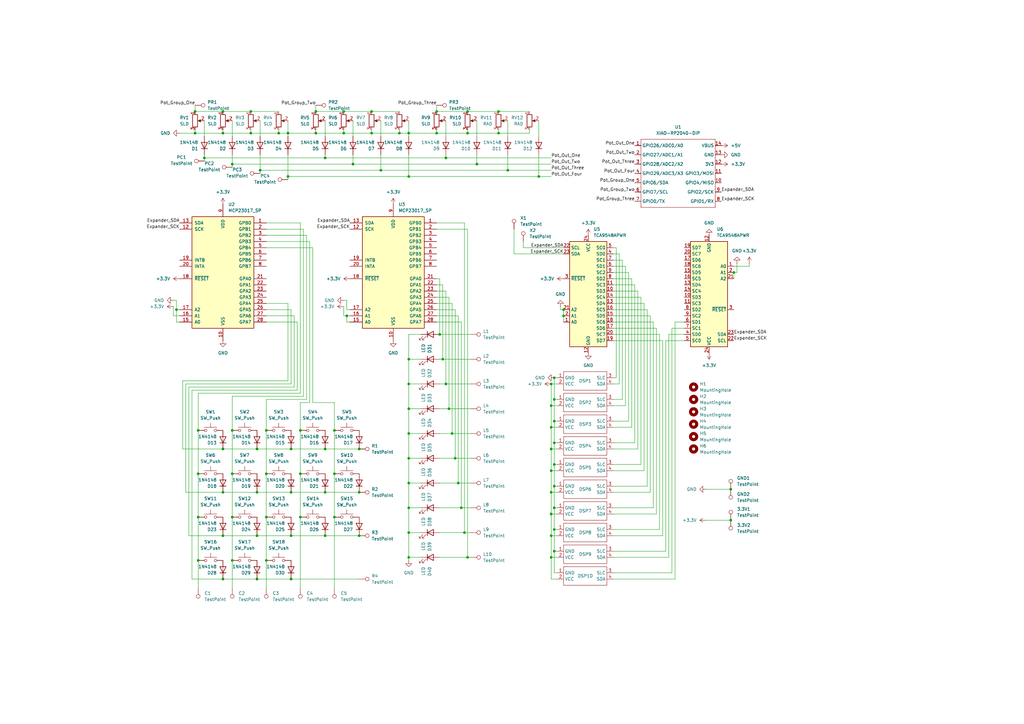
<source format=kicad_sch>
(kicad_sch (version 20250114) (generator "eeschema") (generator_version "9.0")
  (paper "A3")
  (lib_symbols
    (symbol "Connector:TestPoint" (pin_numbers (hide yes)) (pin_names (offset 0.762) (hide yes))
      (property "Reference" "TP" (at 0 6.858 0))
      (property "Value" "TestPoint" (at 0 5.08 0))
      (symbol "TestPoint_1_1"
        (pin passive line (at 0 0 90) (length 2.54) (name "1") (number "1"))
      )
    )
    (symbol "Device:LED" (pin_numbers (hide yes)) (pin_names (offset 1.016) (hide yes))
      (property "Reference" "D" (at 0 2.54 0))
      (property "Value" "LED" (at 0 -2.54 0))
      (symbol "LED_1_1"
        (pin passive line (at -3.81 0 0) (length 2.54) (name "K") (number "1"))
        (pin passive line (at 3.81 0 180) (length 2.54) (name "A") (number "2"))
      )
    )
    (symbol "Device:R_Potentiometer" (pin_names (offset 1.016) (hide yes))
      (property "Reference" "RV" (at -4.445 0 90))
      (property "Value" "R_Potentiometer" (at -2.54 0 90))
      (symbol "R_Potentiometer_1_1"
        (pin passive line (at 0 3.81 270) (length 1.27) (name "1") (number "1"))
        (pin passive line (at 0 -3.81 90) (length 1.27) (name "3") (number "3"))
        (pin passive line (at 3.81 0 180) (length 1.27) (name "2") (number "2"))
      )
    )
    (symbol "Diode:1N4148" (pin_numbers (hide yes)) (pin_names (hide yes))
      (property "Reference" "D" (at 0 2.54 0))
      (property "Value" "1N4148" (at 0 -2.54 0))
      (symbol "1N4148_1_1"
        (pin passive line (at -3.81 0 0) (length 2.54) (name "K") (number "1"))
        (pin passive line (at 3.81 0 180) (length 2.54) (name "A") (number "2"))
      )
    )
    (symbol "Interface_Expansion:MCP23017_SP" (pin_names (offset 1.016))
      (property "Reference" "U" (at -11.43 24.13 0))
      (property "Value" "MCP23017_SP" (at 0 0 0))
      (symbol "MCP23017_SP_1_1"
        (pin bidirectional line (at -17.78 20.32 0) (length 5.08) (name "SDA") (number "13"))
        (pin input line (at -17.78 17.78 0) (length 5.08) (name "SCK") (number "12"))
        (pin tri_state line (at -17.78 5.08 0) (length 5.08) (name "INTB") (number "19"))
        (pin tri_state line (at -17.78 2.54 0) (length 5.08) (name "INTA") (number "20"))
        (pin input line (at -17.78 -2.54 0) (length 5.08) (name "~{RESET}") (number "18"))
        (pin input line (at -17.78 -15.24 0) (length 5.08) (name "A2") (number "17"))
        (pin input line (at -17.78 -17.78 0) (length 5.08) (name "A1") (number "16"))
        (pin input line (at -17.78 -20.32 0) (length 5.08) (name "A0") (number "15"))
        (pin no_connect line (at -12.7 15.24 0) (length 5.08) (hide yes) (name "NC") (number "11"))
        (pin no_connect line (at -12.7 12.7 0) (length 5.08) (hide yes) (name "NC") (number "14"))
        (pin power_in line (at 0 27.94 270) (length 5.08) (name "VDD") (number "9"))
        (pin power_in line (at 0 -27.94 90) (length 5.08) (name "VSS") (number "10"))
        (pin bidirectional line (at 17.78 20.32 180) (length 5.08) (name "GPB0") (number "1"))
        (pin bidirectional line (at 17.78 17.78 180) (length 5.08) (name "GPB1") (number "2"))
        (pin bidirectional line (at 17.78 15.24 180) (length 5.08) (name "GPB2") (number "3"))
        (pin bidirectional line (at 17.78 12.7 180) (length 5.08) (name "GPB3") (number "4"))
        (pin bidirectional line (at 17.78 10.16 180) (length 5.08) (name "GPB4") (number "5"))
        (pin bidirectional line (at 17.78 7.62 180) (length 5.08) (name "GPB5") (number "6"))
        (pin bidirectional line (at 17.78 5.08 180) (length 5.08) (name "GPB6") (number "7"))
        (pin output line (at 17.78 2.54 180) (length 5.08) (name "GPB7") (number "8"))
        (pin bidirectional line (at 17.78 -2.54 180) (length 5.08) (name "GPA0") (number "21"))
        (pin bidirectional line (at 17.78 -5.08 180) (length 5.08) (name "GPA1") (number "22"))
        (pin bidirectional line (at 17.78 -7.62 180) (length 5.08) (name "GPA2") (number "23"))
        (pin bidirectional line (at 17.78 -10.16 180) (length 5.08) (name "GPA3") (number "24"))
        (pin bidirectional line (at 17.78 -12.7 180) (length 5.08) (name "GPA4") (number "25"))
        (pin bidirectional line (at 17.78 -15.24 180) (length 5.08) (name "GPA5") (number "26"))
        (pin bidirectional line (at 17.78 -17.78 180) (length 5.08) (name "GPA6") (number "27"))
        (pin output line (at 17.78 -20.32 180) (length 5.08) (name "GPA7") (number "28"))
      )
    )
    (symbol "Interface_Expansion:TCA9548APWR"
      (property "Reference" "U" (at -7.62 21.59 0))
      (property "Value" "TCA9548APWR" (at 1.016 21.59 0))
      (symbol "TCA9548APWR_1_1"
        (pin input line (at -10.16 17.78 0) (length 2.54) (name "SCL") (number "22"))
        (pin bidirectional line (at -10.16 15.24 0) (length 2.54) (name "SDA") (number "23"))
        (pin input line (at -10.16 5.08 0) (length 2.54) (name "~{RESET}") (number "3"))
        (pin input line (at -10.16 -7.62 0) (length 2.54) (name "A2") (number "21"))
        (pin input line (at -10.16 -10.16 0) (length 2.54) (name "A1") (number "2"))
        (pin input line (at -10.16 -12.7 0) (length 2.54) (name "A0") (number "1"))
        (pin power_in line (at 0 22.86 270) (length 2.54) (name "VCC") (number "24"))
        (pin power_in line (at 0 -25.4 90) (length 2.54) (name "GND") (number "12"))
        (pin output line (at 10.16 17.78 180) (length 2.54) (name "SC0") (number "5"))
        (pin bidirectional line (at 10.16 15.24 180) (length 2.54) (name "SD0") (number "4"))
        (pin output line (at 10.16 12.7 180) (length 2.54) (name "SC1") (number "7"))
        (pin bidirectional line (at 10.16 10.16 180) (length 2.54) (name "SD1") (number "6"))
        (pin output line (at 10.16 7.62 180) (length 2.54) (name "SC2") (number "9"))
        (pin bidirectional line (at 10.16 5.08 180) (length 2.54) (name "SD2") (number "8"))
        (pin output line (at 10.16 2.54 180) (length 2.54) (name "SC3") (number "11"))
        (pin bidirectional line (at 10.16 0 180) (length 2.54) (name "SD3") (number "10"))
        (pin output line (at 10.16 -2.54 180) (length 2.54) (name "SC4") (number "14"))
        (pin bidirectional line (at 10.16 -5.08 180) (length 2.54) (name "SD4") (number "13"))
        (pin output line (at 10.16 -7.62 180) (length 2.54) (name "SC5") (number "16"))
        (pin bidirectional line (at 10.16 -10.16 180) (length 2.54) (name "SD5") (number "15"))
        (pin output line (at 10.16 -12.7 180) (length 2.54) (name "SC6") (number "18"))
        (pin bidirectional line (at 10.16 -15.24 180) (length 2.54) (name "SD6") (number "17"))
        (pin output line (at 10.16 -17.78 180) (length 2.54) (name "SC7") (number "20"))
        (pin bidirectional line (at 10.16 -20.32 180) (length 2.54) (name "SD7") (number "19"))
      )
    )
    (symbol "Mechanical:MountingHole" (pin_names (offset 1.016)) (in_bom no)
      (property "Reference" "H" (at 0 5.08 0))
      (property "Value" "MountingHole" (at 0 3.175 0))
    )
    (symbol "OLED:4_pin_OLED"
      (property "Reference" "DSP" (at 0 0 0))
      (symbol "4_pin_OLED_1_1"
        (pin input line (at -11.43 1.27 0) (length 2.54) (name "GND") (number "1"))
        (pin input line (at -11.43 -1.27 0) (length 2.54) (name "VCC") (number "2"))
        (pin input line (at 11.43 1.27 180) (length 2.54) (name "SLC") (number "3"))
        (pin input line (at 11.43 -1.27 180) (length 2.54) (name "SDA") (number "4"))
      )
    )
    (symbol "Switch:SW_Push" (pin_numbers (hide yes)) (pin_names (offset 1.016) (hide yes))
      (property "Reference" "SW" (at 1.27 2.54 0))
      (property "Value" "SW_Push" (at 0 -1.524 0))
      (symbol "SW_Push_0_1"
        (pin passive line (at -5.08 0 0) (length 2.54) (name "1") (number "1"))
        (pin passive line (at 5.08 0 180) (length 2.54) (name "2") (number "2"))
      )
    )
    (symbol "XIAO:XIAO-RP2040-DIP"
      (property "Reference" "U" (at 0 0 0))
      (property "Value" "XIAO-RP2040-DIP" (at 5.334 -1.778 0))
      (symbol "XIAO-RP2040-DIP_1_0"
        (pin passive line (at -3.81 -5.08 0) (length 2.54) (name "GPIO26/ADC0/A0") (number "1"))
        (pin passive line (at -3.81 -8.89 0) (length 2.54) (name "GPIO27/ADC1/A1") (number "2"))
        (pin passive line (at -3.81 -12.7 0) (length 2.54) (name "GPIO28/ADC2/A2") (number "3"))
        (pin passive line (at -3.81 -16.51 0) (length 2.54) (name "GPIO29/ADC3/A3") (number "4"))
        (pin passive line (at -3.81 -20.32 0) (length 2.54) (name "GPIO6/SDA") (number "5"))
        (pin passive line (at -3.81 -24.13 0) (length 2.54) (name "GPIO7/SCL") (number "6"))
        (pin passive line (at -3.81 -27.94 0) (length 2.54) (name "GPIO0/TX") (number "7"))
        (pin passive line (at 31.75 -5.08 180) (length 2.54) (name "VBUS") (number "14"))
        (pin passive line (at 31.75 -8.89 180) (length 2.54) (name "GND") (number "13"))
        (pin passive line (at 31.75 -12.7 180) (length 2.54) (name "3V3") (number "12"))
        (pin passive line (at 31.75 -16.51 180) (length 2.54) (name "GPIO3/MOSI") (number "11"))
        (pin passive line (at 31.75 -20.32 180) (length 2.54) (name "GPIO4/MISO") (number "10"))
        (pin passive line (at 31.75 -24.13 180) (length 2.54) (name "GPIO2/SCK") (number "9"))
        (pin passive line (at 31.75 -27.94 180) (length 2.54) (name "GPIO1/RX") (number "8"))
      )
    )
    (symbol "power:+3.3V" (power) (pin_numbers (hide yes)) (pin_names (offset 0) (hide yes))
      (property "Value" "+3.3V" (at 0 3.556 0))
      (symbol "+3.3V_1_1"
        (pin power_in line (at 0 0 90) (length 0) (name "~") (number "1"))
      )
    )
    (symbol "power:+5V" (power) (pin_numbers (hide yes)) (pin_names (offset 0) (hide yes))
      (property "Value" "+5V" (at 0 3.556 0))
      (symbol "+5V_1_1"
        (pin power_in line (at 0 0 90) (length 0) (name "~") (number "1"))
      )
    )
    (symbol "power:GND" (power) (pin_numbers (hide yes)) (pin_names (offset 0) (hide yes))
      (property "Value" "GND" (at 0 -3.81 0))
      (symbol "GND_1_1"
        (pin power_in line (at 0 0 270) (length 0) (name "~") (number "1"))
      )
    )
  )
  (junction (at 123.19 194.31))
  (junction (at 167.64 187.96))
  (junction (at 167.64 177.8))
  (junction (at 95.25 176.53))
  (junction (at 91.44 184.15))
  (junction (at 118.11 54.61))
  (junction (at 167.64 218.44))
  (junction (at 80.01 54.61))
  (junction (at 133.35 184.15))
  (junction (at 299.72 200.66))
  (junction (at 231.14 127))
  (junction (at 152.4 45.72))
  (junction (at 180.34 137.16))
  (junction (at 140.97 54.61))
  (junction (at 226.06 210.82))
  (junction (at 231.14 129.54))
  (junction (at 191.77 54.61))
  (junction (at 81.28 229.87))
  (junction (at 227.33 199.39))
  (junction (at 226.06 166.37))
  (junction (at 184.15 167.64))
  (junction (at 95.25 212.09))
  (junction (at 109.22 176.53))
  (junction (at 105.41 219.71))
  (junction (at 123.19 176.53))
  (junction (at 226.06 184.15))
  (junction (at 133.35 201.93))
  (junction (at 204.47 45.72))
  (junction (at 300.99 111.76))
  (junction (at 226.06 219.71))
  (junction (at 137.16 176.53))
  (junction (at 226.06 175.26))
  (junction (at 185.42 177.8))
  (junction (at 220.98 72.39))
  (junction (at 226.06 193.04))
  (junction (at 227.33 163.83))
  (junction (at 227.33 190.5))
  (junction (at 80.01 45.72))
  (junction (at 227.33 181.61))
  (junction (at 109.22 212.09))
  (junction (at 299.72 213.36))
  (junction (at 119.38 184.15))
  (junction (at 114.3 54.61))
  (junction (at 227.33 217.17))
  (junction (at 181.61 147.32))
  (junction (at 191.77 228.6))
  (junction (at 182.88 64.77))
  (junction (at 119.38 237.49))
  (junction (at 133.35 219.71))
  (junction (at 137.16 212.09))
  (junction (at 167.64 147.32))
  (junction (at 119.38 219.71))
  (junction (at 140.97 45.72))
  (junction (at 179.07 54.61))
  (junction (at 102.87 45.72))
  (junction (at 208.28 69.85))
  (junction (at 186.69 187.96))
  (junction (at 226.06 157.48))
  (junction (at 105.41 184.15))
  (junction (at 179.07 45.72))
  (junction (at 147.32 184.15))
  (junction (at 226.06 228.6))
  (junction (at 226.06 201.93))
  (junction (at 72.39 127))
  (junction (at 163.83 54.61))
  (junction (at 227.33 226.06))
  (junction (at 167.64 228.6))
  (junction (at 147.32 219.71))
  (junction (at 105.41 201.93))
  (junction (at 156.21 69.85))
  (junction (at 81.28 176.53))
  (junction (at 95.25 67.31))
  (junction (at 91.44 219.71))
  (junction (at 167.64 157.48))
  (junction (at 167.64 72.39))
  (junction (at 167.64 198.12))
  (junction (at 227.33 154.94))
  (junction (at 133.35 64.77))
  (junction (at 182.88 157.48))
  (junction (at 187.96 198.12))
  (junction (at 109.22 194.31))
  (junction (at 227.33 208.28))
  (junction (at 142.24 129.54))
  (junction (at 144.78 67.31))
  (junction (at 119.38 201.93))
  (junction (at 91.44 201.93))
  (junction (at 123.19 212.09))
  (junction (at 95.25 229.87))
  (junction (at 227.33 172.72))
  (junction (at 118.11 72.39))
  (junction (at 190.5 218.44))
  (junction (at 91.44 237.49))
  (junction (at 129.54 54.61))
  (junction (at 106.68 69.85))
  (junction (at 105.41 237.49))
  (junction (at 102.87 54.61))
  (junction (at 81.28 212.09))
  (junction (at 167.64 208.28))
  (junction (at 152.4 54.61))
  (junction (at 204.47 54.61))
  (junction (at 91.44 45.72))
  (junction (at 195.58 67.31))
  (junction (at 109.22 229.87))
  (junction (at 95.25 194.31))
  (junction (at 147.32 201.93))
  (junction (at 81.28 194.31))
  (junction (at 91.44 54.61))
  (junction (at 167.64 167.64))
  (junction (at 83.82 64.77))
  (junction (at 129.54 45.72))
  (junction (at 167.64 54.61))
  (junction (at 189.23 208.28))
  (junction (at 137.16 194.31))
  (junction (at 191.77 45.72))
  (wire (pts (xy 121.92 160.02) (xy 78.74 160.02)))
  (wire (pts (xy 264.16 193.04) (xy 264.16 124.46)))
  (wire (pts (xy 204.47 53.34) (xy 204.47 54.61)))
  (wire (pts (xy 186.69 127) (xy 186.69 187.96)))
  (wire (pts (xy 119.38 219.71) (xy 133.35 219.71)))
  (wire (pts (xy 109.22 124.46) (xy 118.11 124.46)))
  (wire (pts (xy 120.65 158.75) (xy 77.47 158.75)))
  (wire (pts (xy 227.33 199.39) (xy 228.6 199.39)))
  (wire (pts (xy 251.46 184.15) (xy 261.62 184.15)))
  (wire (pts (xy 204.47 45.72) (xy 217.17 45.72)))
  (wire (pts (xy 226.06 69.85) (xy 208.28 69.85)))
  (wire (pts (xy 227.33 234.95) (xy 227.33 226.06)))
  (wire (pts (xy 226.06 210.82) (xy 228.6 210.82)))
  (wire (pts (xy 226.06 184.15) (xy 226.06 175.26)))
  (wire (pts (xy 109.22 127) (xy 119.38 127)))
  (wire (pts (xy 226.06 228.6) (xy 226.06 219.71)))
  (wire (pts (xy 179.07 43.18) (xy 179.07 45.72)))
  (wire (pts (xy 167.64 147.32) (xy 167.64 157.48)))
  (wire (pts (xy 193.04 157.48) (xy 182.88 157.48)))
  (wire (pts (xy 123.19 91.44) (xy 123.19 161.29)))
  (wire (pts (xy 181.61 116.84) (xy 181.61 147.32)))
  (wire (pts (xy 182.88 157.48) (xy 180.34 157.48)))
  (wire (pts (xy 72.39 132.08) (xy 73.66 132.08)))
  (wire (pts (xy 91.44 219.71) (xy 105.41 219.71)))
  (wire (pts (xy 280.67 134.62) (xy 275.59 134.62)))
  (wire (pts (xy 167.64 177.8) (xy 167.64 187.96)))
  (wire (pts (xy 133.35 219.71) (xy 147.32 219.71)))
  (wire (pts (xy 81.28 194.31) (xy 81.28 212.09)))
  (wire (pts (xy 228.6 154.94) (xy 227.33 154.94)))
  (wire (pts (xy 109.22 194.31) (xy 109.22 212.09)))
  (wire (pts (xy 81.28 161.29) (xy 81.28 176.53)))
  (wire (pts (xy 119.38 184.15) (xy 133.35 184.15)))
  (wire (pts (xy 167.64 72.39) (xy 118.11 72.39)))
  (wire (pts (xy 78.74 237.49) (xy 91.44 237.49)))
  (wire (pts (xy 193.04 147.32) (xy 181.61 147.32)))
  (wire (pts (xy 270.51 217.17) (xy 251.46 217.17)))
  (wire (pts (xy 179.07 127) (xy 186.69 127)))
  (wire (pts (xy 190.5 91.44) (xy 190.5 218.44)))
  (wire (pts (xy 227.33 163.83) (xy 228.6 163.83)))
  (wire (pts (xy 140.97 45.72) (xy 152.4 45.72)))
  (wire (pts (xy 167.64 198.12) (xy 167.64 208.28)))
  (wire (pts (xy 137.16 194.31) (xy 137.16 212.09)))
  (wire (pts (xy 226.06 157.48) (xy 228.6 157.48)))
  (wire (pts (xy 147.32 237.49) (xy 119.38 237.49)))
  (wire (pts (xy 123.19 165.1) (xy 123.19 176.53)))
  (wire (pts (xy 251.46 101.6) (xy 252.73 101.6)))
  (wire (pts (xy 226.06 210.82) (xy 226.06 201.93)))
  (wire (pts (xy 172.72 147.32) (xy 167.64 147.32)))
  (wire (pts (xy 275.59 234.95) (xy 251.46 234.95)))
  (wire (pts (xy 109.22 176.53) (xy 109.22 194.31)))
  (wire (pts (xy 227.33 208.28) (xy 227.33 217.17)))
  (wire (pts (xy 182.88 64.77) (xy 226.06 64.77)))
  (wire (pts (xy 260.35 116.84) (xy 260.35 181.61)))
  (wire (pts (xy 257.81 111.76) (xy 257.81 172.72)))
  (wire (pts (xy 276.86 132.08) (xy 280.67 132.08)))
  (wire (pts (xy 226.06 237.49) (xy 226.06 228.6)))
  (wire (pts (xy 95.25 68.58) (xy 95.25 67.31)))
  (wire (pts (xy 271.78 219.71) (xy 271.78 139.7)))
  (wire (pts (xy 210.82 104.14) (xy 231.14 104.14)))
  (wire (pts (xy 228.6 228.6) (xy 226.06 228.6)))
  (wire (pts (xy 172.72 228.6) (xy 167.64 228.6)))
  (wire (pts (xy 191.77 45.72) (xy 204.47 45.72)))
  (wire (pts (xy 142.24 123.19) (xy 142.24 127)))
  (wire (pts (xy 260.35 181.61) (xy 251.46 181.61)))
  (wire (pts (xy 167.64 218.44) (xy 167.64 228.6)))
  (wire (pts (xy 76.2 201.93) (xy 91.44 201.93)))
  (wire (pts (xy 80.01 54.61) (xy 91.44 54.61)))
  (wire (pts (xy 83.82 63.5) (xy 83.82 64.77)))
  (wire (pts (xy 193.04 187.96) (xy 186.69 187.96)))
  (wire (pts (xy 195.58 49.53) (xy 195.58 55.88)))
  (wire (pts (xy 83.82 64.77) (xy 133.35 64.77)))
  (wire (pts (xy 228.6 234.95) (xy 227.33 234.95)))
  (wire (pts (xy 118.11 73.66) (xy 118.11 72.39)))
  (wire (pts (xy 127 165.1) (xy 123.19 165.1)))
  (wire (pts (xy 276.86 237.49) (xy 276.86 132.08)))
  (wire (pts (xy 289.56 213.36) (xy 299.72 213.36)))
  (wire (pts (xy 251.46 201.93) (xy 266.7 201.93)))
  (wire (pts (xy 133.35 64.77) (xy 182.88 64.77)))
  (wire (pts (xy 302.26 107.95) (xy 302.26 111.76)))
  (wire (pts (xy 81.28 212.09) (xy 81.28 229.87)))
  (wire (pts (xy 109.22 132.08) (xy 121.92 132.08)))
  (wire (pts (xy 102.87 45.72) (xy 114.3 45.72)))
  (wire (pts (xy 274.32 228.6) (xy 274.32 137.16)))
  (wire (pts (xy 133.35 201.93) (xy 147.32 201.93)))
  (wire (pts (xy 251.46 175.26) (xy 259.08 175.26)))
  (wire (pts (xy 81.28 229.87) (xy 81.28 241.3)))
  (wire (pts (xy 193.04 198.12) (xy 187.96 198.12)))
  (wire (pts (xy 71.12 129.54) (xy 73.66 129.54)))
  (wire (pts (xy 156.21 63.5) (xy 156.21 69.85)))
  (wire (pts (xy 228.6 219.71) (xy 226.06 219.71)))
  (wire (pts (xy 271.78 139.7) (xy 251.46 139.7)))
  (wire (pts (xy 226.06 175.26) (xy 226.06 166.37)))
  (wire (pts (xy 280.67 139.7) (xy 273.05 139.7)))
  (wire (pts (xy 193.04 137.16) (xy 180.34 137.16)))
  (wire (pts (xy 251.46 132.08) (xy 267.97 132.08)))
  (wire (pts (xy 220.98 72.39) (xy 167.64 72.39)))
  (wire (pts (xy 228.6 217.17) (xy 227.33 217.17)))
  (wire (pts (xy 118.11 54.61) (xy 118.11 55.88)))
  (wire (pts (xy 123.19 194.31) (xy 123.19 212.09)))
  (wire (pts (xy 256.54 166.37) (xy 256.54 109.22)))
  (wire (pts (xy 179.07 93.98) (xy 191.77 93.98)))
  (wire (pts (xy 181.61 147.32) (xy 180.34 147.32)))
  (wire (pts (xy 137.16 176.53) (xy 137.16 194.31)))
  (wire (pts (xy 262.89 190.5) (xy 251.46 190.5)))
  (wire (pts (xy 179.07 91.44) (xy 190.5 91.44)))
  (wire (pts (xy 300.99 109.22) (xy 307.34 109.22)))
  (wire (pts (xy 172.72 157.48) (xy 167.64 157.48)))
  (wire (pts (xy 167.64 187.96) (xy 167.64 198.12)))
  (wire (pts (xy 251.46 116.84) (xy 260.35 116.84)))
  (wire (pts (xy 105.41 237.49) (xy 119.38 237.49)))
  (wire (pts (xy 274.32 137.16) (xy 280.67 137.16)))
  (wire (pts (xy 270.51 137.16) (xy 270.51 217.17)))
  (wire (pts (xy 102.87 53.34) (xy 102.87 54.61)))
  (wire (pts (xy 152.4 54.61) (xy 163.83 54.61)))
  (wire (pts (xy 251.46 127) (xy 265.43 127)))
  (wire (pts (xy 191.77 53.34) (xy 191.77 54.61)))
  (wire (pts (xy 78.74 160.02) (xy 78.74 237.49)))
  (wire (pts (xy 133.35 63.5) (xy 133.35 64.77)))
  (wire (pts (xy 251.46 237.49) (xy 276.86 237.49)))
  (wire (pts (xy 167.64 54.61) (xy 179.07 54.61)))
  (wire (pts (xy 185.42 124.46) (xy 185.42 177.8)))
  (wire (pts (xy 105.41 184.15) (xy 119.38 184.15)))
  (wire (pts (xy 228.6 181.61) (xy 227.33 181.61)))
  (wire (pts (xy 106.68 69.85) (xy 156.21 69.85)))
  (wire (pts (xy 129.54 43.18) (xy 129.54 45.72)))
  (wire (pts (xy 227.33 172.72) (xy 227.33 181.61)))
  (wire (pts (xy 226.06 166.37) (xy 228.6 166.37)))
  (wire (pts (xy 251.46 106.68) (xy 255.27 106.68)))
  (wire (pts (xy 182.88 64.77) (xy 182.88 63.5)))
  (wire (pts (xy 190.5 218.44) (xy 180.34 218.44)))
  (wire (pts (xy 226.06 175.26) (xy 228.6 175.26)))
  (wire (pts (xy 179.07 116.84) (xy 181.61 116.84)))
  (wire (pts (xy 251.46 193.04) (xy 264.16 193.04)))
  (wire (pts (xy 217.17 53.34) (xy 217.17 54.61)))
  (wire (pts (xy 144.78 49.53) (xy 144.78 55.88)))
  (wire (pts (xy 109.22 99.06) (xy 127 99.06)))
  (wire (pts (xy 252.73 101.6) (xy 252.73 154.94)))
  (wire (pts (xy 128.27 101.6) (xy 109.22 101.6)))
  (wire (pts (xy 179.07 54.61) (xy 191.77 54.61)))
  (wire (pts (xy 144.78 63.5) (xy 144.78 67.31)))
  (wire (pts (xy 226.06 166.37) (xy 226.06 157.48)))
  (wire (pts (xy 195.58 63.5) (xy 195.58 67.31)))
  (wire (pts (xy 118.11 54.61) (xy 129.54 54.61)))
  (wire (pts (xy 251.46 137.16) (xy 270.51 137.16)))
  (wire (pts (xy 172.72 167.64) (xy 167.64 167.64)))
  (wire (pts (xy 275.59 134.62) (xy 275.59 234.95)))
  (wire (pts (xy 137.16 212.09) (xy 137.16 241.3)))
  (wire (pts (xy 95.25 194.31) (xy 95.25 212.09)))
  (wire (pts (xy 255.27 106.68) (xy 255.27 163.83)))
  (wire (pts (xy 123.19 176.53) (xy 123.19 194.31)))
  (wire (pts (xy 267.97 132.08) (xy 267.97 208.28)))
  (wire (pts (xy 91.44 53.34) (xy 91.44 54.61)))
  (wire (pts (xy 83.82 49.53) (xy 83.82 55.88)))
  (wire (pts (xy 73.66 54.61) (xy 80.01 54.61)))
  (wire (pts (xy 226.06 184.15) (xy 228.6 184.15)))
  (wire (pts (xy 182.88 49.53) (xy 182.88 55.88)))
  (wire (pts (xy 191.77 228.6) (xy 191.77 93.98)))
  (wire (pts (xy 76.2 157.48) (xy 76.2 201.93)))
  (wire (pts (xy 74.93 156.21) (xy 74.93 184.15)))
  (wire (pts (xy 227.33 154.94) (xy 227.33 163.83)))
  (wire (pts (xy 227.33 172.72) (xy 227.33 163.83)))
  (wire (pts (xy 167.64 49.53) (xy 167.64 54.61)))
  (wire (pts (xy 261.62 184.15) (xy 261.62 119.38)))
  (wire (pts (xy 140.97 54.61) (xy 152.4 54.61)))
  (wire (pts (xy 109.22 96.52) (xy 125.73 96.52)))
  (wire (pts (xy 251.46 210.82) (xy 269.24 210.82)))
  (wire (pts (xy 217.17 54.61) (xy 204.47 54.61)))
  (wire (pts (xy 254 157.48) (xy 254 104.14)))
  (wire (pts (xy 226.06 193.04) (xy 228.6 193.04)))
  (wire (pts (xy 91.44 237.49) (xy 105.41 237.49)))
  (wire (pts (xy 156.21 69.85) (xy 208.28 69.85)))
  (wire (pts (xy 105.41 219.71) (xy 119.38 219.71)))
  (wire (pts (xy 167.64 157.48) (xy 167.64 167.64)))
  (wire (pts (xy 252.73 154.94) (xy 251.46 154.94)))
  (wire (pts (xy 106.68 63.5) (xy 106.68 69.85)))
  (wire (pts (xy 273.05 139.7) (xy 273.05 226.06)))
  (wire (pts (xy 302.26 111.76) (xy 300.99 111.76)))
  (wire (pts (xy 91.44 45.72) (xy 102.87 45.72)))
  (wire (pts (xy 226.06 201.93) (xy 226.06 193.04)))
  (wire (pts (xy 264.16 124.46) (xy 251.46 124.46)))
  (wire (pts (xy 143.51 129.54) (xy 142.24 129.54)))
  (wire (pts (xy 140.97 123.19) (xy 142.24 123.19)))
  (wire (pts (xy 266.7 129.54) (xy 251.46 129.54)))
  (wire (pts (xy 123.19 212.09) (xy 123.19 241.3)))
  (wire (pts (xy 208.28 49.53) (xy 208.28 55.88)))
  (wire (pts (xy 95.25 176.53) (xy 95.25 194.31)))
  (wire (pts (xy 129.54 54.61) (xy 140.97 54.61)))
  (wire (pts (xy 167.64 137.16) (xy 167.64 147.32)))
  (wire (pts (xy 179.07 119.38) (xy 182.88 119.38)))
  (wire (pts (xy 259.08 175.26) (xy 259.08 114.3)))
  (wire (pts (xy 269.24 134.62) (xy 251.46 134.62)))
  (wire (pts (xy 119.38 157.48) (xy 76.2 157.48)))
  (wire (pts (xy 137.16 165.1) (xy 137.16 176.53)))
  (wire (pts (xy 257.81 172.72) (xy 251.46 172.72)))
  (wire (pts (xy 300.99 111.76) (xy 300.99 114.3)))
  (wire (pts (xy 180.34 208.28) (xy 189.23 208.28)))
  (wire (pts (xy 124.46 162.56) (xy 95.25 162.56)))
  (wire (pts (xy 109.22 129.54) (xy 120.65 129.54)))
  (wire (pts (xy 180.34 114.3) (xy 180.34 137.16)))
  (wire (pts (xy 106.68 49.53) (xy 106.68 55.88)))
  (wire (pts (xy 163.83 53.34) (xy 163.83 54.61)))
  (wire (pts (xy 262.89 121.92) (xy 262.89 190.5)))
  (wire (pts (xy 125.73 96.52) (xy 125.73 163.83)))
  (wire (pts (xy 167.64 54.61) (xy 167.64 55.88)))
  (wire (pts (xy 227.33 208.28) (xy 228.6 208.28)))
  (wire (pts (xy 231.14 127) (xy 231.14 129.54)))
  (wire (pts (xy 142.24 127) (xy 143.51 127)))
  (wire (pts (xy 95.25 212.09) (xy 95.25 229.87)))
  (wire (pts (xy 229.87 127) (xy 231.14 127)))
  (wire (pts (xy 259.08 114.3) (xy 251.46 114.3)))
  (wire (pts (xy 187.96 198.12) (xy 180.34 198.12)))
  (wire (pts (xy 214.63 101.6) (xy 214.63 99.06)))
  (wire (pts (xy 95.25 229.87) (xy 95.25 241.3)))
  (wire (pts (xy 133.35 184.15) (xy 147.32 184.15)))
  (wire (pts (xy 167.64 63.5) (xy 167.64 72.39)))
  (wire (pts (xy 251.46 228.6) (xy 274.32 228.6)))
  (wire (pts (xy 74.93 184.15) (xy 91.44 184.15)))
  (wire (pts (xy 71.12 125.73) (xy 71.12 129.54)))
  (wire (pts (xy 77.47 158.75) (xy 77.47 219.71)))
  (wire (pts (xy 95.25 63.5) (xy 95.25 67.31)))
  (wire (pts (xy 152.4 53.34) (xy 152.4 54.61)))
  (wire (pts (xy 226.06 193.04) (xy 226.06 184.15)))
  (wire (pts (xy 172.72 218.44) (xy 167.64 218.44)))
  (wire (pts (xy 167.64 228.6) (xy 167.64 229.87)))
  (wire (pts (xy 172.72 208.28) (xy 167.64 208.28)))
  (wire (pts (xy 81.28 176.53) (xy 81.28 194.31)))
  (wire (pts (xy 179.07 121.92) (xy 184.15 121.92)))
  (wire (pts (xy 144.78 67.31) (xy 195.58 67.31)))
  (wire (pts (xy 189.23 132.08) (xy 179.07 132.08)))
  (wire (pts (xy 119.38 127) (xy 119.38 157.48)))
  (wire (pts (xy 142.24 132.08) (xy 143.51 132.08)))
  (wire (pts (xy 189.23 208.28) (xy 189.23 132.08)))
  (wire (pts (xy 140.97 53.34) (xy 140.97 54.61)))
  (wire (pts (xy 227.33 226.06) (xy 227.33 217.17)))
  (wire (pts (xy 72.39 127) (xy 73.66 127)))
  (wire (pts (xy 129.54 45.72) (xy 140.97 45.72)))
  (wire (pts (xy 251.46 166.37) (xy 256.54 166.37)))
  (wire (pts (xy 83.82 66.04) (xy 83.82 64.77)))
  (wire (pts (xy 251.46 157.48) (xy 254 157.48)))
  (wire (pts (xy 228.6 237.49) (xy 226.06 237.49)))
  (wire (pts (xy 179.07 124.46) (xy 185.42 124.46)))
  (wire (pts (xy 95.25 49.53) (xy 95.25 55.88)))
  (wire (pts (xy 106.68 71.12) (xy 106.68 69.85)))
  (wire (pts (xy 187.96 129.54) (xy 187.96 198.12)))
  (wire (pts (xy 80.01 43.18) (xy 80.01 45.72)))
  (wire (pts (xy 227.33 199.39) (xy 227.33 208.28)))
  (wire (pts (xy 95.25 67.31) (xy 144.78 67.31)))
  (wire (pts (xy 251.46 219.71) (xy 271.78 219.71)))
  (wire (pts (xy 251.46 111.76) (xy 257.81 111.76)))
  (wire (pts (xy 172.72 187.96) (xy 167.64 187.96)))
  (wire (pts (xy 172.72 137.16) (xy 167.64 137.16)))
  (wire (pts (xy 77.47 219.71) (xy 91.44 219.71)))
  (wire (pts (xy 220.98 63.5) (xy 220.98 72.39)))
  (wire (pts (xy 193.04 208.28) (xy 189.23 208.28)))
  (wire (pts (xy 167.64 167.64) (xy 167.64 177.8)))
  (wire (pts (xy 265.43 199.39) (xy 251.46 199.39)))
  (wire (pts (xy 307.34 109.22) (xy 307.34 107.95)))
  (wire (pts (xy 156.21 49.53) (xy 156.21 55.88)))
  (wire (pts (xy 193.04 177.8) (xy 185.42 177.8)))
  (wire (pts (xy 255.27 163.83) (xy 251.46 163.83)))
  (wire (pts (xy 72.39 123.19) (xy 72.39 127)))
  (wire (pts (xy 267.97 208.28) (xy 251.46 208.28)))
  (wire (pts (xy 172.72 177.8) (xy 167.64 177.8)))
  (wire (pts (xy 118.11 124.46) (xy 118.11 156.21)))
  (wire (pts (xy 142.24 129.54) (xy 142.24 132.08)))
  (wire (pts (xy 127 99.06) (xy 127 165.1)))
  (wire (pts (xy 179.07 129.54) (xy 187.96 129.54)))
  (wire (pts (xy 142.24 129.54) (xy 140.97 129.54)))
  (wire (pts (xy 186.69 187.96) (xy 180.34 187.96)))
  (wire (pts (xy 289.56 200.66) (xy 299.72 200.66)))
  (wire (pts (xy 71.12 123.19) (xy 72.39 123.19)))
  (wire (pts (xy 227.33 190.5) (xy 228.6 190.5)))
  (wire (pts (xy 226.06 219.71) (xy 226.06 210.82)))
  (wire (pts (xy 226.06 201.93) (xy 228.6 201.93)))
  (wire (pts (xy 220.98 72.39) (xy 226.06 72.39)))
  (wire (pts (xy 179.07 45.72) (xy 191.77 45.72)))
  (wire (pts (xy 123.19 161.29) (xy 81.28 161.29)))
  (wire (pts (xy 109.22 93.98) (xy 124.46 93.98)))
  (wire (pts (xy 210.82 93.98) (xy 210.82 104.14)))
  (wire (pts (xy 91.44 54.61) (xy 102.87 54.61)))
  (wire (pts (xy 208.28 63.5) (xy 208.28 69.85)))
  (wire (pts (xy 128.27 101.6) (xy 128.27 165.1)))
  (wire (pts (xy 231.14 129.54) (xy 231.14 132.08)))
  (wire (pts (xy 119.38 201.93) (xy 133.35 201.93)))
  (wire (pts (xy 172.72 198.12) (xy 167.64 198.12)))
  (wire (pts (xy 261.62 119.38) (xy 251.46 119.38)))
  (wire (pts (xy 80.01 53.34) (xy 80.01 54.61)))
  (wire (pts (xy 184.15 121.92) (xy 184.15 167.64)))
  (wire (pts (xy 167.64 54.61) (xy 163.83 54.61)))
  (wire (pts (xy 256.54 109.22) (xy 251.46 109.22)))
  (wire (pts (xy 129.54 53.34) (xy 129.54 54.61)))
  (wire (pts (xy 95.25 162.56) (xy 95.25 176.53)))
  (wire (pts (xy 184.15 167.64) (xy 180.34 167.64)))
  (wire (pts (xy 273.05 226.06) (xy 251.46 226.06)))
  (wire (pts (xy 229.87 125.73) (xy 229.87 127)))
  (wire (pts (xy 128.27 165.1) (xy 137.16 165.1)))
  (wire (pts (xy 121.92 132.08) (xy 121.92 160.02)))
  (wire (pts (xy 269.24 210.82) (xy 269.24 134.62)))
  (wire (pts (xy 227.33 181.61) (xy 227.33 190.5)))
  (wire (pts (xy 109.22 229.87) (xy 109.22 241.3)))
  (wire (pts (xy 80.01 45.72) (xy 91.44 45.72)))
  (wire (pts (xy 266.7 201.93) (xy 266.7 129.54)))
  (wire (pts (xy 72.39 127) (xy 72.39 132.08)))
  (wire (pts (xy 118.11 72.39) (xy 118.11 63.5)))
  (wire (pts (xy 180.34 228.6) (xy 191.77 228.6)))
  (wire (pts (xy 118.11 54.61) (xy 114.3 54.61)))
  (wire (pts (xy 193.04 218.44) (xy 190.5 218.44)))
  (wire (pts (xy 167.64 208.28) (xy 167.64 218.44)))
  (wire (pts (xy 114.3 53.34) (xy 114.3 54.61)))
  (wire (pts (xy 227.33 172.72) (xy 228.6 172.72)))
  (wire (pts (xy 152.4 45.72) (xy 163.83 45.72)))
  (wire (pts (xy 91.44 184.15) (xy 105.41 184.15)))
  (wire (pts (xy 185.42 177.8) (xy 180.34 177.8)))
  (wire (pts (xy 191.77 54.61) (xy 204.47 54.61)))
  (wire (pts (xy 102.87 54.61) (xy 114.3 54.61)))
  (wire (pts (xy 182.88 119.38) (xy 182.88 157.48)))
  (wire (pts (xy 109.22 212.09) (xy 109.22 229.87)))
  (wire (pts (xy 251.46 121.92) (xy 262.89 121.92)))
  (wire (pts (xy 109.22 163.83) (xy 109.22 176.53)))
  (wire (pts (xy 118.11 156.21) (xy 74.93 156.21)))
  (wire (pts (xy 254 104.14) (xy 251.46 104.14)))
  (wire (pts (xy 193.04 228.6) (xy 191.77 228.6)))
  (wire (pts (xy 140.97 129.54) (xy 140.97 125.73)))
  (wire (pts (xy 133.35 49.53) (xy 133.35 55.88)))
  (wire (pts (xy 124.46 93.98) (xy 124.46 162.56)))
  (wire (pts (xy 214.63 101.6) (xy 231.14 101.6)))
  (wire (pts (xy 227.33 190.5) (xy 227.33 199.39)))
  (wire (pts (xy 120.65 129.54) (xy 120.65 158.75)))
  (wire (pts (xy 105.41 201.93) (xy 119.38 201.93)))
  (wire (pts (xy 228.6 226.06) (xy 227.33 226.06)))
  (wire (pts (xy 118.11 49.53) (xy 118.11 54.61)))
  (wire (pts (xy 193.04 167.64) (xy 184.15 167.64)))
  (wire (pts (xy 179.07 53.34) (xy 179.07 54.61)))
  (wire (pts (xy 109.22 91.44) (xy 123.19 91.44)))
  (wire (pts (xy 265.43 127) (xy 265.43 199.39)))
  (wire (pts (xy 91.44 201.93) (xy 105.41 201.93)))
  (wire (pts (xy 125.73 163.83) (xy 109.22 163.83)))
  (wire (pts (xy 179.07 114.3) (xy 180.34 114.3)))
  (wire (pts (xy 195.58 67.31) (xy 226.06 67.31)))
  (wire (pts (xy 220.98 49.53) (xy 220.98 55.88)))
  (label "Expander_SCK" (at 231.14 104.14 180))
  (label "Expander_SDA" (at 300.99 137.16 0))
  (label "Pot_Group_One" (at 80.01 43.18 180))
  (label "Pot_Out_Four" (at 260.35 71.12 180))
  (label "Pot_Group_Two" (at 260.35 78.74 180))
  (label "Pot_Out_Two" (at 260.35 63.5 180))
  (label "Expander_SCK" (at 300.99 139.7 0))
  (label "Expander_SDA" (at 143.51 91.44 180))
  (label "Pot_Out_Three" (at 226.06 69.85 0))
  (label "Pot_Group_Two" (at 129.54 43.18 180))
  (label "Expander_SCK" (at 295.91 82.55 0))
  (label "Pot_Out_One" (at 226.06 64.77 0))
  (label "Pot_Out_Two" (at 226.06 67.31 0))
  (label "Expander_SCK" (at 73.66 93.98 180))
  (label "Pot_Out_Four" (at 226.06 72.39 0))
  (label "Expander_SCK" (at 143.51 93.98 180))
  (label "Pot_Group_One" (at 260.35 74.93 180))
  (label "Pot_Group_Three" (at 260.35 82.55 180))
  (label "Expander_SDA" (at 295.91 78.74 0))
  (label "Pot_Out_One" (at 260.35 59.69 180))
  (label "Pot_Group_Three" (at 179.07 43.18 180))
  (label "Pot_Out_Three" (at 260.35 67.31 180))
  (label "Expander_SDA" (at 73.66 91.44 180))
  (label "Expander_SDA" (at 231.14 101.6 180))
  (symbol (lib_id "Device:R_Potentiometer") (at 80.01 49.53 0) (unit 1)
    (property "Reference" "RV1" (at 77.47 48.2599 0) (effects (justify right)))
    (property "Value" "SLD" (at 77.47 50.7999 0) (effects (justify right)))
    (property "Description" "Potentiometer" (effects (hide yes)))
  )
  (symbol (lib_id "Device:LED") (at 176.53 218.44 0) (unit 1)
    (property "Reference" "D39" (at 176.2126 222.25 90) (effects (justify right)))
    (property "Value" "LED" (at 173.6726 222.25 90) (effects (justify right)))
    (property "Description" "Light emitting diode" (effects (hide yes)))
    (property "Sim.Pins" "1=K 2=A" (effects (hide yes)))
  )
  (symbol (lib_id "Diode:1N4148") (at 105.41 180.34 90) (unit 1)
    (property "Reference" "D14" (at 102.87 181.6101 90) (effects (justify left)))
    (property "Value" "1N4148" (at 102.87 179.0701 90) (effects (justify left)))
    (property "Datasheet" "https://assets.nexperia.com/documents/data-sheet/1N4148_1N4448.pdf" (effects (hide yes)))
    (property "Description" "100V 0.15A standard switching diode, DO-35" (effects (hide yes)))
    (property "Sim.Device" "D" (effects (hide yes)))
    (property "Sim.Pins" "1=K 2=A" (effects (hide yes)))
  )
  (symbol (lib_id "Switch:SW_Push") (at 86.36 212.09 0) (unit 1)
    (property "Reference" "SW11" (at 86.36 204.47 0))
    (property "Value" "SW_Push" (at 86.36 207.01 0))
    (property "Description" "Push button switch, generic, two pins" (effects (hide yes)))
  )
  (symbol (lib_id "Connector:TestPoint") (at 214.63 99.06 0) (unit 1)
    (property "Reference" "X2" (at 217.17 94.4879 0) (effects (justify left)))
    (property "Value" "TestPoint" (at 217.17 97.0279 0) (effects (justify left)))
    (property "Footprint" "TestPoint:TestPoint_THTPad_D2.0mm_Drill1.0mm" (effects (hide yes)))
    (property "Description" "test point" (effects (hide yes)))
  )
  (symbol (lib_id "power:+5V") (at 295.91 59.69 270) (unit 1)
    (property "Reference" "#PWR022" (effects (hide yes)))
    (property "Value" "+5V" (at 299.72 59.6899 90) (effects (justify left)))
    (property "Description" "Power symbol creates a global label with name \"+5V\"" (effects (hide yes)))
  )
  (symbol (lib_id "Diode:1N4148") (at 106.68 59.69 90) (unit 1)
    (property "Reference" "D3" (at 104.14 60.9601 90) (effects (justify left)))
    (property "Value" "1N4148" (at 104.14 58.4201 90) (effects (justify left)))
    (property "Datasheet" "https://assets.nexperia.com/documents/data-sheet/1N4148_1N4448.pdf" (effects (hide yes)))
    (property "Description" "100V 0.15A standard switching diode, DO-35" (effects (hide yes)))
    (property "Sim.Device" "D" (effects (hide yes)))
    (property "Sim.Pins" "1=K 2=A" (effects (hide yes)))
  )
  (symbol (lib_id "Diode:1N4148") (at 144.78 59.69 90) (unit 1)
    (property "Reference" "D6" (at 142.24 60.9601 90) (effects (justify left)))
    (property "Value" "1N4148" (at 142.24 58.4201 90) (effects (justify left)))
    (property "Datasheet" "https://assets.nexperia.com/documents/data-sheet/1N4148_1N4448.pdf" (effects (hide yes)))
    (property "Description" "100V 0.15A standard switching diode, DO-35" (effects (hide yes)))
    (property "Sim.Device" "D" (effects (hide yes)))
    (property "Sim.Pins" "1=K 2=A" (effects (hide yes)))
  )
  (symbol (lib_id "OLED:4_pin_OLED") (at 240.03 227.33 0) (unit 1)
    (property "Reference" "DSP9" (at 240.03 227.33 0))
  )
  (symbol (lib_id "Diode:1N4148") (at 105.41 198.12 90) (unit 1)
    (property "Reference" "D19" (at 102.87 199.3901 90) (effects (justify left)))
    (property "Value" "1N4148" (at 102.87 196.8501 90) (effects (justify left)))
    (property "Datasheet" "https://assets.nexperia.com/documents/data-sheet/1N4148_1N4448.pdf" (effects (hide yes)))
    (property "Description" "100V 0.15A standard switching diode, DO-35" (effects (hide yes)))
    (property "Sim.Device" "D" (effects (hide yes)))
    (property "Sim.Pins" "1=K 2=A" (effects (hide yes)))
  )
  (symbol (lib_id "OLED:4_pin_OLED") (at 240.03 191.77 0) (unit 1)
    (property "Reference" "DSP5" (at 240.03 191.77 0))
  )
  (symbol (lib_id "OLED:4_pin_OLED") (at 240.03 165.1 0) (unit 1)
    (property "Reference" "DSP2" (at 240.03 165.1 0))
  )
  (symbol (lib_id "Connector:TestPoint") (at 299.72 200.66 0) (unit 1)
    (property "Reference" "GND1" (at 302.26 196.0879 0) (effects (justify left)))
    (property "Value" "TestPoint" (at 302.26 198.6279 0) (effects (justify left)))
    (property "Footprint" "TestPoint:TestPoint_THTPad_D4.0mm_Drill2.0mm" (effects (hide yes)))
    (property "Description" "test point" (effects (hide yes)))
  )
  (symbol (lib_id "power:GND") (at 71.12 123.19 270) (unit 1)
    (property "Reference" "#PWR04" (effects (hide yes)))
    (property "Value" "GND" (at 67.31 123.1899 90) (effects (justify right)))
    (property "Description" "Power symbol creates a global label with name \"GND\" , ground" (effects (hide yes)))
  )
  (symbol (lib_id "Connector:TestPoint") (at 193.04 187.96 270) (unit 1)
    (property "Reference" "L6" (at 198.12 186.6899 90) (effects (justify left)))
    (property "Value" "TestPoint" (at 198.12 189.2299 90) (effects (justify left)))
    (property "Footprint" "TestPoint:TestPoint_THTPad_D2.0mm_Drill1.0mm" (effects (hide yes)))
    (property "Description" "test point" (effects (hide yes)))
  )
  (symbol (lib_id "Diode:1N4148") (at 167.64 59.69 90) (unit 1)
    (property "Reference" "D8" (at 165.1 60.9601 90) (effects (justify left)))
    (property "Value" "1N4148" (at 165.1 58.4201 90) (effects (justify left)))
    (property "Datasheet" "https://assets.nexperia.com/documents/data-sheet/1N4148_1N4448.pdf" (effects (hide yes)))
    (property "Description" "100V 0.15A standard switching diode, DO-35" (effects (hide yes)))
    (property "Sim.Device" "D" (effects (hide yes)))
    (property "Sim.Pins" "1=K 2=A" (effects (hide yes)))
  )
  (symbol (lib_id "Connector:TestPoint") (at 147.32 201.93 270) (unit 1)
    (property "Reference" "R2" (at 152.4 200.6599 90) (effects (justify left)))
    (property "Value" "TestPoint" (at 152.4 203.1999 90) (effects (justify left)))
    (property "Footprint" "TestPoint:TestPoint_THTPad_D2.0mm_Drill1.0mm" (effects (hide yes)))
    (property "Description" "test point" (effects (hide yes)))
  )
  (symbol (lib_id "Device:R_Potentiometer") (at 140.97 49.53 0) (unit 1)
    (property "Reference" "RV6" (at 138.43 48.2599 0) (effects (justify right)))
    (property "Value" "SLD" (at 138.43 50.7999 0) (effects (justify right)))
    (property "Description" "Potentiometer" (effects (hide yes)))
  )
  (symbol (lib_id "Diode:1N4148") (at 95.25 59.69 90) (unit 1)
    (property "Reference" "D2" (at 92.71 60.9601 90) (effects (justify left)))
    (property "Value" "1N4148" (at 92.71 58.4201 90) (effects (justify left)))
    (property "Datasheet" "https://assets.nexperia.com/documents/data-sheet/1N4148_1N4448.pdf" (effects (hide yes)))
    (property "Description" "100V 0.15A standard switching diode, DO-35" (effects (hide yes)))
    (property "Sim.Device" "D" (effects (hide yes)))
    (property "Sim.Pins" "1=K 2=A" (effects (hide yes)))
  )
  (symbol (lib_id "Diode:1N4148") (at 133.35 180.34 90) (unit 1)
    (property "Reference" "D16" (at 130.81 181.6101 90) (effects (justify left)))
    (property "Value" "1N4148" (at 130.81 179.0701 90) (effects (justify left)))
    (property "Datasheet" "https://assets.nexperia.com/documents/data-sheet/1N4148_1N4448.pdf" (effects (hide yes)))
    (property "Description" "100V 0.15A standard switching diode, DO-35" (effects (hide yes)))
    (property "Sim.Device" "D" (effects (hide yes)))
    (property "Sim.Pins" "1=K 2=A" (effects (hide yes)))
  )
  (symbol (lib_id "Switch:SW_Push") (at 114.3 212.09 0) (unit 1)
    (property "Reference" "SW13" (at 114.3 204.47 0))
    (property "Value" "SW_Push" (at 114.3 207.01 0))
    (property "Description" "Push button switch, generic, two pins" (effects (hide yes)))
  )
  (symbol (lib_id "Device:R_Potentiometer") (at 152.4 49.53 0) (unit 1)
    (property "Reference" "RV7" (at 149.86 48.2599 0) (effects (justify right)))
    (property "Value" "SLD" (at 149.86 50.7999 0) (effects (justify right)))
    (property "Description" "Potentiometer" (effects (hide yes)))
  )
  (symbol (lib_id "Diode:1N4148") (at 119.38 180.34 90) (unit 1)
    (property "Reference" "D15" (at 116.84 181.6101 90) (effects (justify left)))
    (property "Value" "1N4148" (at 116.84 179.0701 90) (effects (justify left)))
    (property "Datasheet" "https://assets.nexperia.com/documents/data-sheet/1N4148_1N4448.pdf" (effects (hide yes)))
    (property "Description" "100V 0.15A standard switching diode, DO-35" (effects (hide yes)))
    (property "Sim.Device" "D" (effects (hide yes)))
    (property "Sim.Pins" "1=K 2=A" (effects (hide yes)))
  )
  (symbol (lib_id "power:+3.3V") (at 241.3 96.52 0) (unit 1)
    (property "Reference" "#PWR03" (effects (hide yes)))
    (property "Value" "+3.3V" (at 241.3 91.44 0))
    (property "Description" "Power symbol creates a global label with name \"+3.3V\"" (effects (hide yes)))
  )
  (symbol (lib_id "Connector:TestPoint") (at 193.04 137.16 270) (unit 1)
    (property "Reference" "L1" (at 198.12 135.8899 90) (effects (justify left)))
    (property "Value" "TestPoint" (at 198.12 138.4299 90) (effects (justify left)))
    (property "Footprint" "TestPoint:TestPoint_THTPad_D2.0mm_Drill1.0mm" (effects (hide yes)))
    (property "Description" "test point" (effects (hide yes)))
  )
  (symbol (lib_id "Switch:SW_Push") (at 114.3 229.87 0) (unit 1)
    (property "Reference" "SW18" (at 114.3 222.25 0))
    (property "Value" "SW_Push" (at 114.3 224.79 0))
    (property "Description" "Push button switch, generic, two pins" (effects (hide yes)))
  )
  (symbol (lib_id "power:GND") (at 73.66 54.61 270) (unit 1)
    (property "Reference" "#PWR08" (effects (hide yes)))
    (property "Value" "GND" (at 69.85 54.6099 90) (effects (justify right)))
    (property "Description" "Power symbol creates a global label with name \"GND\" , ground" (effects (hide yes)))
  )
  (symbol (lib_id "power:GND") (at 295.91 63.5 90) (unit 1)
    (property "Reference" "#PWR023" (effects (hide yes)))
    (property "Value" "GND" (at 299.72 63.4999 90) (effects (justify right)))
    (property "Description" "Power symbol creates a global label with name \"GND\" , ground" (effects (hide yes)))
  )
  (symbol (lib_id "power:+3.3V") (at 289.56 213.36 90) (unit 1)
    (property "Reference" "#PWR02" (effects (hide yes)))
    (property "Value" "+3.3V" (at 285.75 213.3599 90) (effects (justify left)))
    (property "Description" "Power symbol creates a global label with name \"+3.3V\"" (effects (hide yes)))
  )
  (symbol (lib_id "Connector:TestPoint") (at 193.04 157.48 270) (unit 1)
    (property "Reference" "L3" (at 198.12 156.2099 90) (effects (justify left)))
    (property "Value" "TestPoint" (at 198.12 158.7499 90) (effects (justify left)))
    (property "Footprint" "TestPoint:TestPoint_THTPad_D2.0mm_Drill1.0mm" (effects (hide yes)))
    (property "Description" "test point" (effects (hide yes)))
  )
  (symbol (lib_id "Switch:SW_Push") (at 128.27 194.31 0) (unit 1)
    (property "Reference" "SW9" (at 128.27 186.69 0))
    (property "Value" "SW_Push" (at 128.27 189.23 0))
    (property "Description" "Push button switch, generic, two pins" (effects (hide yes)))
  )
  (symbol (lib_id "Connector:TestPoint") (at 80.01 43.18 270) (unit 1)
    (property "Reference" "PR1" (at 85.09 41.9099 90) (effects (justify left)))
    (property "Value" "TestPoint" (at 85.09 44.4499 90) (effects (justify left)))
    (property "Footprint" "TestPoint:TestPoint_THTPad_D2.0mm_Drill1.0mm" (effects (hide yes)))
    (property "Description" "test point" (effects (hide yes)))
  )
  (symbol (lib_id "Device:LED") (at 176.53 187.96 0) (unit 1)
    (property "Reference" "D36" (at 176.2126 191.77 90) (effects (justify right)))
    (property "Value" "LED" (at 173.6726 191.77 90) (effects (justify right)))
    (property "Description" "Light emitting diode" (effects (hide yes)))
    (property "Sim.Pins" "1=K 2=A" (effects (hide yes)))
  )
  (symbol (lib_id "Diode:1N4148") (at 133.35 198.12 90) (unit 1)
    (property "Reference" "D21" (at 130.81 199.3901 90) (effects (justify left)))
    (property "Value" "1N4148" (at 130.81 196.8501 90) (effects (justify left)))
    (property "Datasheet" "https://assets.nexperia.com/documents/data-sheet/1N4148_1N4448.pdf" (effects (hide yes)))
    (property "Description" "100V 0.15A standard switching diode, DO-35" (effects (hide yes)))
    (property "Sim.Device" "D" (effects (hide yes)))
    (property "Sim.Pins" "1=K 2=A" (effects (hide yes)))
  )
  (symbol (lib_id "power:GND") (at 91.44 139.7 0) (unit 1)
    (property "Reference" "#PWR07" (effects (hide yes)))
    (property "Value" "GND" (at 91.44 144.78 0))
    (property "Description" "Power symbol creates a global label with name \"GND\" , ground" (effects (hide yes)))
  )
  (symbol (lib_id "Connector:TestPoint") (at 193.04 198.12 270) (unit 1)
    (property "Reference" "L7" (at 198.12 196.8499 90) (effects (justify left)))
    (property "Value" "TestPoint" (at 198.12 199.3899 90) (effects (justify left)))
    (property "Footprint" "TestPoint:TestPoint_THTPad_D2.0mm_Drill1.0mm" (effects (hide yes)))
    (property "Description" "test point" (effects (hide yes)))
  )
  (symbol (lib_id "Connector:TestPoint") (at 147.32 219.71 270) (unit 1)
    (property "Reference" "R3" (at 152.4 218.4399 90) (effects (justify left)))
    (property "Value" "TestPoint" (at 152.4 220.9799 90) (effects (justify left)))
    (property "Footprint" "TestPoint:TestPoint_THTPad_D2.0mm_Drill1.0mm" (effects (hide yes)))
    (property "Description" "test point" (effects (hide yes)))
  )
  (symbol (lib_id "Connector:TestPoint") (at 109.22 241.3 180) (unit 1)
    (property "Reference" "C3" (at 111.76 243.3319 0) (effects (justify right)))
    (property "Value" "TestPoint" (at 111.76 245.8719 0) (effects (justify right)))
    (property "Footprint" "TestPoint:TestPoint_THTPad_D2.0mm_Drill1.0mm" (effects (hide yes)))
    (property "Description" "test point" (effects (hide yes)))
  )
  (symbol (lib_id "Connector:TestPoint") (at 193.04 177.8 270) (unit 1)
    (property "Reference" "L5" (at 198.12 176.5299 90) (effects (justify left)))
    (property "Value" "TestPoint" (at 198.12 179.0699 90) (effects (justify left)))
    (property "Footprint" "TestPoint:TestPoint_THTPad_D2.0mm_Drill1.0mm" (effects (hide yes)))
    (property "Description" "test point" (effects (hide yes)))
  )
  (symbol (lib_id "Connector:TestPoint") (at 137.16 241.3 180) (unit 1)
    (property "Reference" "C5" (at 139.7 243.3319 0) (effects (justify right)))
    (property "Value" "TestPoint" (at 139.7 245.8719 0) (effects (justify right)))
    (property "Footprint" "TestPoint:TestPoint_THTPad_D2.0mm_Drill1.0mm" (effects (hide yes)))
    (property "Description" "test point" (effects (hide yes)))
  )
  (symbol (lib_id "Switch:SW_Push") (at 114.3 194.31 0) (unit 1)
    (property "Reference" "SW8" (at 114.3 186.69 0))
    (property "Value" "SW_Push" (at 114.3 189.23 0))
    (property "Description" "Push button switch, generic, two pins" (effects (hide yes)))
  )
  (symbol (lib_id "Connector:TestPoint") (at 95.25 68.58 90) (unit 1)
    (property "Reference" "PC2" (at 85.852 67.056 90))
    (property "Value" "TestPoint" (at 85.852 69.596 90))
    (property "Footprint" "TestPoint:TestPoint_THTPad_D2.0mm_Drill1.0mm" (effects (hide yes)))
    (property "Description" "test point" (effects (hide yes)))
  )
  (symbol (lib_id "Diode:1N4148") (at 147.32 215.9 90) (unit 1)
    (property "Reference" "D27" (at 144.78 217.1701 90) (effects (justify left)))
    (property "Value" "1N4148" (at 144.78 214.6301 90) (effects (justify left)))
    (property "Datasheet" "https://assets.nexperia.com/documents/data-sheet/1N4148_1N4448.pdf" (effects (hide yes)))
    (property "Description" "100V 0.15A standard switching diode, DO-35" (effects (hide yes)))
    (property "Sim.Device" "D" (effects (hide yes)))
    (property "Sim.Pins" "1=K 2=A" (effects (hide yes)))
  )
  (symbol (lib_id "Device:R_Potentiometer") (at 217.17 49.53 0) (unit 1)
    (property "Reference" "RV12" (at 214.63 48.2599 0) (effects (justify right)))
    (property "Value" "RAD" (at 214.63 50.7999 0) (effects (justify right)))
    (property "Description" "Potentiometer" (effects (hide yes)))
  )
  (symbol (lib_id "Diode:1N4148") (at 147.32 198.12 90) (unit 1)
    (property "Reference" "D22" (at 144.78 199.3901 90) (effects (justify left)))
    (property "Value" "1N4148" (at 144.78 196.8501 90) (effects (justify left)))
    (property "Datasheet" "https://assets.nexperia.com/documents/data-sheet/1N4148_1N4448.pdf" (effects (hide yes)))
    (property "Description" "100V 0.15A standard switching diode, DO-35" (effects (hide yes)))
    (property "Sim.Device" "D" (effects (hide yes)))
    (property "Sim.Pins" "1=K 2=A" (effects (hide yes)))
  )
  (symbol (lib_id "power:GND") (at 302.26 107.95 180) (unit 1)
    (property "Reference" "#PWR012" (effects (hide yes)))
    (property "Value" "GND" (at 302.26 102.87 0))
    (property "Description" "Power symbol creates a global label with name \"GND\" , ground" (effects (hide yes)))
  )
  (symbol (lib_id "Diode:1N4148") (at 195.58 59.69 90) (unit 1)
    (property "Reference" "D10" (at 193.04 60.9601 90) (effects (justify left)))
    (property "Value" "1N4148" (at 193.04 58.4201 90) (effects (justify left)))
    (property "Datasheet" "https://assets.nexperia.com/documents/data-sheet/1N4148_1N4448.pdf" (effects (hide yes)))
    (property "Description" "100V 0.15A standard switching diode, DO-35" (effects (hide yes)))
    (property "Sim.Device" "D" (effects (hide yes)))
    (property "Sim.Pins" "1=K 2=A" (effects (hide yes)))
  )
  (symbol (lib_id "Mechanical:MountingHole") (at 284.48 179.07 0) (unit 1) (in_bom no)
    (property "Reference" "H5" (at 287.02 177.7999 0) (effects (justify left)))
    (property "Value" "MountingHole" (at 287.02 180.3399 0) (effects (justify left)))
    (property "Footprint" "MountingHole:MountingHole_3.2mm_M3" (effects (hide yes)))
    (property "Description" "Mounting Hole without connection" (effects (hide yes)))
  )
  (symbol (lib_id "Connector:TestPoint") (at 193.04 208.28 270) (unit 1)
    (property "Reference" "L8" (at 198.12 207.0099 90) (effects (justify left)))
    (property "Value" "TestPoint" (at 198.12 209.5499 90) (effects (justify left)))
    (property "Footprint" "TestPoint:TestPoint_THTPad_D2.0mm_Drill1.0mm" (effects (hide yes)))
    (property "Description" "test point" (effects (hide yes)))
  )
  (symbol (lib_id "Interface_Expansion:MCP23017_SP") (at 161.29 111.76 0) (unit 1)
    (property "Reference" "U3" (at 163.4333 83.82 0) (effects (justify left)))
    (property "Value" "MCP23017_SP" (at 163.4333 86.36 0) (effects (justify left)))
    (property "Footprint" "Package_DIP:DIP-28_W7.62mm" (effects (hide yes)))
    (property "Datasheet" "https://ww1.microchip.com/downloads/aemDocuments/documents/APID/ProductDocuments/DataSheets/MCP23017-Data-Sheet-DS20001952.pdf" (effects (hide yes)))
    (property "Description" "16-bit I/O expander, I2C, interrupts, w pull-ups, SPDIP-28" (effects (hide yes)))
  )
  (symbol (lib_id "Connector:TestPoint") (at 95.25 241.3 180) (unit 1)
    (property "Reference" "C2" (at 97.79 243.3319 0) (effects (justify right)))
    (property "Value" "TestPoint" (at 97.79 245.8719 0) (effects (justify right)))
    (property "Footprint" "TestPoint:TestPoint_THTPad_D2.0mm_Drill1.0mm" (effects (hide yes)))
    (property "Description" "test point" (effects (hide yes)))
  )
  (symbol (lib_id "Switch:SW_Push") (at 128.27 212.09 0) (unit 1)
    (property "Reference" "SW14" (at 128.27 204.47 0))
    (property "Value" "SW_Push" (at 128.27 207.01 0))
    (property "Description" "Push button switch, generic, two pins" (effects (hide yes)))
  )
  (symbol (lib_id "Connector:TestPoint") (at 118.11 73.66 90) (unit 1)
    (property "Reference" "PC4" (at 108.712 72.136 90))
    (property "Value" "TestPoint" (at 108.712 74.676 90))
    (property "Footprint" "TestPoint:TestPoint_THTPad_D2.0mm_Drill1.0mm" (effects (hide yes)))
    (property "Description" "test point" (effects (hide yes)))
  )
  (symbol (lib_id "Switch:SW_Push") (at 142.24 194.31 0) (unit 1)
    (property "Reference" "SW10" (at 142.24 186.69 0))
    (property "Value" "SW_Push" (at 142.24 189.23 0))
    (property "Description" "Push button switch, generic, two pins" (effects (hide yes)))
  )
  (symbol (lib_id "power:+3.3V") (at 161.29 83.82 0) (unit 1)
    (property "Reference" "#PWR017" (effects (hide yes)))
    (property "Value" "+3.3V" (at 161.29 78.74 0))
    (property "Description" "Power symbol creates a global label with name \"+3.3V\"" (effects (hide yes)))
  )
  (symbol (lib_id "Diode:1N4148") (at 91.44 233.68 90) (unit 1)
    (property "Reference" "D28" (at 88.9 234.9501 90) (effects (justify left)))
    (property "Value" "1N4148" (at 88.9 232.4101 90) (effects (justify left)))
    (property "Datasheet" "https://assets.nexperia.com/documents/data-sheet/1N4148_1N4448.pdf" (effects (hide yes)))
    (property "Description" "100V 0.15A standard switching diode, DO-35" (effects (hide yes)))
    (property "Sim.Device" "D" (effects (hide yes)))
    (property "Sim.Pins" "1=K 2=A" (effects (hide yes)))
  )
  (symbol (lib_id "Connector:TestPoint") (at 299.72 213.36 180) (unit 1)
    (property "Reference" "3.3V2" (at 302.26 215.3919 0) (effects (justify right)))
    (property "Value" "TestPoint" (at 302.26 217.9319 0) (effects (justify right)))
    (property "Footprint" "TestPoint:TestPoint_THTPad_D4.0mm_Drill2.0mm" (effects (hide yes)))
    (property "Description" "test point" (effects (hide yes)))
  )
  (symbol (lib_id "Connector:TestPoint") (at 193.04 147.32 270) (unit 1)
    (property "Reference" "L2" (at 198.12 146.0499 90) (effects (justify left)))
    (property "Value" "TestPoint" (at 198.12 148.5899 90) (effects (justify left)))
    (property "Footprint" "TestPoint:TestPoint_THTPad_D2.0mm_Drill1.0mm" (effects (hide yes)))
    (property "Description" "test point" (effects (hide yes)))
  )
  (symbol (lib_id "Connector:TestPoint") (at 193.04 218.44 270) (unit 1)
    (property "Reference" "L9" (at 198.12 217.1699 90) (effects (justify left)))
    (property "Value" "TestPoint" (at 198.12 219.7099 90) (effects (justify left)))
    (property "Footprint" "TestPoint:TestPoint_THTPad_D2.0mm_Drill1.0mm" (effects (hide yes)))
    (property "Description" "test point" (effects (hide yes)))
  )
  (symbol (lib_id "Diode:1N4148") (at 105.41 233.68 90) (unit 1)
    (property "Reference" "D29" (at 102.87 234.9501 90) (effects (justify left)))
    (property "Value" "1N4148" (at 102.87 232.4101 90) (effects (justify left)))
    (property "Datasheet" "https://assets.nexperia.com/documents/data-sheet/1N4148_1N4448.pdf" (effects (hide yes)))
    (property "Description" "100V 0.15A standard switching diode, DO-35" (effects (hide yes)))
    (property "Sim.Device" "D" (effects (hide yes)))
    (property "Sim.Pins" "1=K 2=A" (effects (hide yes)))
  )
  (symbol (lib_id "Diode:1N4148") (at 118.11 59.69 90) (unit 1)
    (property "Reference" "D4" (at 115.57 60.9601 90) (effects (justify left)))
    (property "Value" "1N4148" (at 115.57 58.4201 90) (effects (justify left)))
    (property "Datasheet" "https://assets.nexperia.com/documents/data-sheet/1N4148_1N4448.pdf" (effects (hide yes)))
    (property "Description" "100V 0.15A standard switching diode, DO-35" (effects (hide yes)))
    (property "Sim.Device" "D" (effects (hide yes)))
    (property "Sim.Pins" "1=K 2=A" (effects (hide yes)))
  )
  (symbol (lib_id "Switch:SW_Push") (at 142.24 212.09 0) (unit 1)
    (property "Reference" "SW15" (at 142.24 204.47 0))
    (property "Value" "SW_Push" (at 142.24 207.01 0))
    (property "Description" "Push button switch, generic, two pins" (effects (hide yes)))
  )
  (symbol (lib_id "power:+3.3V") (at 140.97 125.73 90) (unit 1)
    (property "Reference" "#PWR015" (effects (hide yes)))
    (property "Value" "+3.3V" (at 137.16 125.7299 90) (effects (justify left)))
    (property "Description" "Power symbol creates a global label with name \"+3.3V\"" (effects (hide yes)))
  )
  (symbol (lib_id "power:+3.3V") (at 143.51 114.3 90) (unit 1)
    (property "Reference" "#PWR016" (effects (hide yes)))
    (property "Value" "+3.3V" (at 139.7 114.2999 90) (effects (justify left)))
    (property "Description" "Power symbol creates a global label with name \"+3.3V\"" (effects (hide yes)))
  )
  (symbol (lib_id "power:+3.3V") (at 231.14 114.3 90) (unit 1)
    (property "Reference" "#PWR09" (effects (hide yes)))
    (property "Value" "+3.3V" (at 227.33 114.2999 90) (effects (justify left)))
    (property "Description" "Power symbol creates a global label with name \"+3.3V\"" (effects (hide yes)))
  )
  (symbol (lib_id "Diode:1N4148") (at 220.98 59.69 90) (unit 1)
    (property "Reference" "D12" (at 218.44 60.9601 90) (effects (justify left)))
    (property "Value" "1N4148" (at 218.44 58.4201 90) (effects (justify left)))
    (property "Datasheet" "https://assets.nexperia.com/documents/data-sheet/1N4148_1N4448.pdf" (effects (hide yes)))
    (property "Description" "100V 0.15A standard switching diode, DO-35" (effects (hide yes)))
    (property "Sim.Device" "D" (effects (hide yes)))
    (property "Sim.Pins" "1=K 2=A" (effects (hide yes)))
  )
  (symbol (lib_id "Diode:1N4148") (at 133.35 215.9 90) (unit 1)
    (property "Reference" "D26" (at 130.81 217.1701 90) (effects (justify left)))
    (property "Value" "1N4148" (at 130.81 214.6301 90) (effects (justify left)))
    (property "Datasheet" "https://assets.nexperia.com/documents/data-sheet/1N4148_1N4448.pdf" (effects (hide yes)))
    (property "Description" "100V 0.15A standard switching diode, DO-35" (effects (hide yes)))
    (property "Sim.Device" "D" (effects (hide yes)))
    (property "Sim.Pins" "1=K 2=A" (effects (hide yes)))
  )
  (symbol (lib_id "Switch:SW_Push") (at 100.33 212.09 0) (unit 1)
    (property "Reference" "SW12" (at 100.33 204.47 0))
    (property "Value" "SW_Push" (at 100.33 207.01 0))
    (property "Description" "Push button switch, generic, two pins" (effects (hide yes)))
  )
  (symbol (lib_id "power:GND") (at 289.56 200.66 270) (unit 1)
    (property "Reference" "#PWR01" (effects (hide yes)))
    (property "Value" "GND" (at 285.75 200.6599 90) (effects (justify right)))
    (property "Description" "Power symbol creates a global label with name \"GND\" , ground" (effects (hide yes)))
  )
  (symbol (lib_id "Device:LED") (at 176.53 198.12 0) (unit 1)
    (property "Reference" "D37" (at 176.2126 201.93 90) (effects (justify right)))
    (property "Value" "LED" (at 173.6726 201.93 90) (effects (justify right)))
    (property "Description" "Light emitting diode" (effects (hide yes)))
    (property "Sim.Pins" "1=K 2=A" (effects (hide yes)))
  )
  (symbol (lib_id "Device:R_Potentiometer") (at 191.77 49.53 0) (unit 1)
    (property "Reference" "RV10" (at 189.23 48.2599 0) (effects (justify right)))
    (property "Value" "SLD" (at 189.23 50.7999 0) (effects (justify right)))
    (property "Description" "Potentiometer" (effects (hide yes)))
  )
  (symbol (lib_id "OLED:4_pin_OLED") (at 240.03 209.55 0) (unit 1)
    (property "Reference" "DSP7" (at 240.03 209.55 0))
  )
  (symbol (lib_id "power:+3.3V") (at 71.12 125.73 90) (unit 1)
    (property "Reference" "#PWR013" (effects (hide yes)))
    (property "Value" "+3.3V" (at 67.31 125.7299 90) (effects (justify left)))
    (property "Description" "Power symbol creates a global label with name \"+3.3V\"" (effects (hide yes)))
  )
  (symbol (lib_id "power:GND") (at 140.97 123.19 270) (unit 1)
    (property "Reference" "#PWR014" (effects (hide yes)))
    (property "Value" "GND" (at 137.16 123.1899 90) (effects (justify right)))
    (property "Description" "Power symbol creates a global label with name \"GND\" , ground" (effects (hide yes)))
  )
  (symbol (lib_id "Mechanical:MountingHole") (at 284.48 163.83 0) (unit 1) (in_bom no)
    (property "Reference" "H2" (at 287.02 162.5599 0) (effects (justify left)))
    (property "Value" "MountingHole" (at 287.02 165.0999 0) (effects (justify left)))
    (property "Footprint" "MountingHole:MountingHole_3.2mm_M3" (effects (hide yes)))
    (property "Description" "Mounting Hole without connection" (effects (hide yes)))
  )
  (symbol (lib_id "Diode:1N4148") (at 119.38 198.12 90) (unit 1)
    (property "Reference" "D20" (at 116.84 199.3901 90) (effects (justify left)))
    (property "Value" "1N4148" (at 116.84 196.8501 90) (effects (justify left)))
    (property "Datasheet" "https://assets.nexperia.com/documents/data-sheet/1N4148_1N4448.pdf" (effects (hide yes)))
    (property "Description" "100V 0.15A standard switching diode, DO-35" (effects (hide yes)))
    (property "Sim.Device" "D" (effects (hide yes)))
    (property "Sim.Pins" "1=K 2=A" (effects (hide yes)))
  )
  (symbol (lib_id "Switch:SW_Push") (at 128.27 176.53 0) (unit 1)
    (property "Reference" "SW4" (at 128.27 168.91 0))
    (property "Value" "SW_Push" (at 128.27 171.45 0))
    (property "Description" "Push button switch, generic, two pins" (effects (hide yes)))
  )
  (symbol (lib_id "Device:LED") (at 176.53 137.16 0) (unit 1)
    (property "Reference" "D31" (at 176.2126 140.97 90) (effects (justify right)))
    (property "Value" "LED" (at 173.6726 140.97 90) (effects (justify right)))
    (property "Description" "Light emitting diode" (effects (hide yes)))
    (property "Sim.Pins" "1=K 2=A" (effects (hide yes)))
  )
  (symbol (lib_id "power:+3.3V") (at 226.06 157.48 90) (unit 1)
    (property "Reference" "#PWR020" (effects (hide yes)))
    (property "Value" "+3.3V" (at 222.25 157.4799 90) (effects (justify left)))
    (property "Description" "Power symbol creates a global label with name \"+3.3V\"" (effects (hide yes)))
  )
  (symbol (lib_id "Connector:TestPoint") (at 147.32 237.49 270) (unit 1)
    (property "Reference" "R4" (at 152.4 236.2199 90) (effects (justify left)))
    (property "Value" "TestPoint" (at 152.4 238.7599 90) (effects (justify left)))
    (property "Footprint" "TestPoint:TestPoint_THTPad_D2.0mm_Drill1.0mm" (effects (hide yes)))
    (property "Description" "test point" (effects (hide yes)))
  )
  (symbol (lib_id "Diode:1N4148") (at 91.44 215.9 90) (unit 1)
    (property "Reference" "D23" (at 88.9 217.1701 90) (effects (justify left)))
    (property "Value" "1N4148" (at 88.9 214.6301 90) (effects (justify left)))
    (property "Datasheet" "https://assets.nexperia.com/documents/data-sheet/1N4148_1N4448.pdf" (effects (hide yes)))
    (property "Description" "100V 0.15A standard switching diode, DO-35" (effects (hide yes)))
    (property "Sim.Device" "D" (effects (hide yes)))
    (property "Sim.Pins" "1=K 2=A" (effects (hide yes)))
  )
  (symbol (lib_id "Switch:SW_Push") (at 142.24 176.53 0) (unit 1)
    (property "Reference" "SW5" (at 142.24 168.91 0))
    (property "Value" "SW_Push" (at 142.24 171.45 0))
    (property "Description" "Push button switch, generic, two pins" (effects (hide yes)))
  )
  (symbol (lib_id "Device:R_Potentiometer") (at 179.07 49.53 0) (unit 1)
    (property "Reference" "RV9" (at 176.53 48.2599 0) (effects (justify right)))
    (property "Value" "SLD" (at 176.53 50.7999 0) (effects (justify right)))
    (property "Description" "Potentiometer" (effects (hide yes)))
  )
  (symbol (lib_id "power:GND") (at 241.3 144.78 0) (unit 1)
    (property "Reference" "#PWR025" (effects (hide yes)))
    (property "Value" "GND" (at 241.3 149.86 0))
    (property "Description" "Power symbol creates a global label with name \"GND\" , ground" (effects (hide yes)))
  )
  (symbol (lib_id "power:GND") (at 167.64 229.87 0) (unit 1)
    (property "Reference" "#PWR019" (effects (hide yes)))
    (property "Value" "GND" (at 167.64 234.95 0))
    (property "Description" "Power symbol creates a global label with name \"GND\" , ground" (effects (hide yes)))
  )
  (symbol (lib_id "Interface_Expansion:TCA9548APWR") (at 290.83 121.92 180) (unit 1)
    (property "Reference" "U6" (at 293.9481 93.98 0) (effects (justify right)))
    (property "Value" "TCA9548APWR" (at 293.9481 96.52 0) (effects (justify right)))
    (property "Datasheet" "http://www.ti.com/lit/ds/symlink/tca9548a.pdf" (effects (hide yes)))
    (property "Description" "Low voltage 8-channel I2C switch with reset, TSSOP-24" (effects (hide yes)))
  )
  (symbol (lib_id "Connector:TestPoint") (at 299.72 200.66 180) (unit 1)
    (property "Reference" "GND2" (at 302.26 202.6919 0) (effects (justify right)))
    (property "Value" "TestPoint" (at 302.26 205.2319 0) (effects (justify right)))
    (property "Footprint" "TestPoint:TestPoint_THTPad_D4.0mm_Drill2.0mm" (effects (hide yes)))
    (property "Description" "test point" (effects (hide yes)))
  )
  (symbol (lib_id "Switch:SW_Push") (at 100.33 229.87 0) (unit 1)
    (property "Reference" "SW17" (at 100.33 222.25 0))
    (property "Value" "SW_Push" (at 100.33 224.79 0))
    (property "Description" "Push button switch, generic, two pins" (effects (hide yes)))
  )
  (symbol (lib_id "power:+3.3V") (at 295.91 67.31 270) (unit 1)
    (property "Reference" "#PWR024" (effects (hide yes)))
    (property "Value" "+3.3V" (at 299.72 67.3099 90) (effects (justify left)))
    (property "Description" "Power symbol creates a global label with name \"+3.3V\"" (effects (hide yes)))
  )
  (symbol (lib_id "power:+3.3V") (at 290.83 144.78 180) (unit 1)
    (property "Reference" "#PWR010" (effects (hide yes)))
    (property "Value" "+3.3V" (at 290.83 149.86 0))
    (property "Description" "Power symbol creates a global label with name \"+3.3V\"" (effects (hide yes)))
  )
  (symbol (lib_id "Connector:TestPoint") (at 193.04 167.64 270) (unit 1)
    (property "Reference" "L4" (at 198.12 166.3699 90) (effects (justify left)))
    (property "Value" "TestPoint" (at 198.12 168.9099 90) (effects (justify left)))
    (property "Footprint" "TestPoint:TestPoint_THTPad_D2.0mm_Drill1.0mm" (effects (hide yes)))
    (property "Description" "test point" (effects (hide yes)))
  )
  (symbol (lib_id "OLED:4_pin_OLED") (at 240.03 236.22 0) (unit 1)
    (property "Reference" "DSP10" (at 240.03 236.22 0))
  )
  (symbol (lib_id "Interface_Expansion:MCP23017_SP") (at 91.44 111.76 0) (unit 1)
    (property "Reference" "U2" (at 93.5833 83.82 0) (effects (justify left)))
    (property "Value" "MCP23017_SP" (at 93.5833 86.36 0) (effects (justify left)))
    (property "Footprint" "Package_DIP:DIP-28_W7.62mm" (effects (hide yes)))
    (property "Datasheet" "https://ww1.microchip.com/downloads/aemDocuments/documents/APID/ProductDocuments/DataSheets/MCP23017-Data-Sheet-DS20001952.pdf" (effects (hide yes)))
    (property "Description" "16-bit I/O expander, I2C, interrupts, w pull-ups, SPDIP-28" (effects (hide yes)))
  )
  (symbol (lib_id "Switch:SW_Push") (at 86.36 194.31 0) (unit 1)
    (property "Reference" "SW6" (at 86.36 186.69 0))
    (property "Value" "SW_Push" (at 86.36 189.23 0))
    (property "Description" "Push button switch, generic, two pins" (effects (hide yes)))
  )
  (symbol (lib_id "Device:LED") (at 176.53 177.8 0) (unit 1)
    (property "Reference" "D35" (at 176.2126 181.61 90) (effects (justify right)))
    (property "Value" "LED" (at 173.6726 181.61 90) (effects (justify right)))
    (property "Description" "Light emitting diode" (effects (hide yes)))
    (property "Sim.Pins" "1=K 2=A" (effects (hide yes)))
  )
  (symbol (lib_id "Switch:SW_Push") (at 114.3 176.53 0) (unit 1)
    (property "Reference" "SW3" (at 114.3 168.91 0))
    (property "Value" "SW_Push" (at 114.3 171.45 0))
    (property "Description" "Push button switch, generic, two pins" (effects (hide yes)))
  )
  (symbol (lib_id "power:+3.3V") (at 73.66 114.3 90) (unit 1)
    (property "Reference" "#PWR05" (effects (hide yes)))
    (property "Value" "+3.3V" (at 69.85 114.2999 90) (effects (justify left)))
    (property "Description" "Power symbol creates a global label with name \"+3.3V\"" (effects (hide yes)))
  )
  (symbol (lib_id "power:GND") (at 161.29 139.7 0) (unit 1)
    (property "Reference" "#PWR018" (effects (hide yes)))
    (property "Value" "GND" (at 161.29 144.78 0))
    (property "Description" "Power symbol creates a global label with name \"GND\" , ground" (effects (hide yes)))
  )
  (symbol (lib_id "OLED:4_pin_OLED") (at 240.03 182.88 0) (unit 1)
    (property "Reference" "DSP4" (at 240.03 182.88 0))
  )
  (symbol (lib_id "Device:R_Potentiometer") (at 204.47 49.53 0) (unit 1)
    (property "Reference" "RV11" (at 201.93 48.2599 0) (effects (justify right)))
    (property "Value" "RAD" (at 201.93 50.7999 0) (effects (justify right)))
    (property "Description" "Potentiometer" (effects (hide yes)))
  )
  (symbol (lib_id "Switch:SW_Push") (at 100.33 194.31 0) (unit 1)
    (property "Reference" "SW7" (at 100.33 186.69 0))
    (property "Value" "SW_Push" (at 100.33 189.23 0))
    (property "Description" "Push button switch, generic, two pins" (effects (hide yes)))
  )
  (symbol (lib_id "Diode:1N4148") (at 182.88 59.69 90) (unit 1)
    (property "Reference" "D9" (at 180.34 60.9601 90) (effects (justify left)))
    (property "Value" "1N4148" (at 180.34 58.4201 90) (effects (justify left)))
    (property "Datasheet" "https://assets.nexperia.com/documents/data-sheet/1N4148_1N4448.pdf" (effects (hide yes)))
    (property "Description" "100V 0.15A standard switching diode, DO-35" (effects (hide yes)))
    (property "Sim.Device" "D" (effects (hide yes)))
    (property "Sim.Pins" "1=K 2=A" (effects (hide yes)))
  )
  (symbol (lib_id "Diode:1N4148") (at 147.32 180.34 90) (unit 1)
    (property "Reference" "D17" (at 144.78 181.6101 90) (effects (justify left)))
    (property "Value" "1N4148" (at 144.78 179.0701 90) (effects (justify left)))
    (property "Datasheet" "https://assets.nexperia.com/documents/data-sheet/1N4148_1N4448.pdf" (effects (hide yes)))
    (property "Description" "100V 0.15A standard switching diode, DO-35" (effects (hide yes)))
    (property "Sim.Device" "D" (effects (hide yes)))
    (property "Sim.Pins" "1=K 2=A" (effects (hide yes)))
  )
  (symbol (lib_id "Mechanical:MountingHole") (at 284.48 184.15 0) (unit 1) (in_bom no)
    (property "Reference" "H6" (at 287.02 182.8799 0) (effects (justify left)))
    (property "Value" "MountingHole" (at 287.02 185.4199 0) (effects (justify left)))
    (property "Footprint" "MountingHole:MountingHole_3.2mm_M3" (effects (hide yes)))
    (property "Description" "Mounting Hole without connection" (effects (hide yes)))
  )
  (symbol (lib_id "Device:LED") (at 176.53 157.48 0) (unit 1)
    (property "Reference" "D33" (at 176.2126 161.29 90) (effects (justify right)))
    (property "Value" "LED" (at 173.6726 161.29 90) (effects (justify right)))
    (property "Description" "Light emitting diode" (effects (hide yes)))
    (property "Sim.Pins" "1=K 2=A" (effects (hide yes)))
  )
  (symbol (lib_id "power:+3.3V") (at 91.44 83.82 0) (unit 1)
    (property "Reference" "#PWR06" (effects (hide yes)))
    (property "Value" "+3.3V" (at 91.44 78.74 0))
    (property "Description" "Power symbol creates a global label with name \"+3.3V\"" (effects (hide yes)))
  )
  (symbol (lib_id "power:+3.3V") (at 307.34 107.95 0) (unit 1)
    (property "Reference" "#PWR027" (effects (hide yes)))
    (property "Value" "+3.3V" (at 307.34 102.87 0))
    (property "Description" "Power symbol creates a global label with name \"+3.3V\"" (effects (hide yes)))
  )
  (symbol (lib_id "Diode:1N4148") (at 133.35 59.69 90) (unit 1)
    (property "Reference" "D5" (at 130.81 60.9601 90) (effects (justify left)))
    (property "Value" "1N4148" (at 130.81 58.4201 90) (effects (justify left)))
    (property "Datasheet" "https://assets.nexperia.com/documents/data-sheet/1N4148_1N4448.pdf" (effects (hide yes)))
    (property "Description" "100V 0.15A standard switching diode, DO-35" (effects (hide yes)))
    (property "Sim.Device" "D" (effects (hide yes)))
    (property "Sim.Pins" "1=K 2=A" (effects (hide yes)))
  )
  (symbol (lib_id "OLED:4_pin_OLED") (at 240.03 200.66 0) (unit 1)
    (property "Reference" "DSP6" (at 240.03 200.66 0))
  )
  (symbol (lib_id "Device:R_Potentiometer") (at 163.83 49.53 0) (unit 1)
    (property "Reference" "RV8" (at 161.29 48.2599 0) (effects (justify right)))
    (property "Value" "SLD" (at 161.29 50.7999 0) (effects (justify right)))
    (property "Description" "Potentiometer" (effects (hide yes)))
  )
  (symbol (lib_id "Diode:1N4148") (at 83.82 59.69 90) (unit 1)
    (property "Reference" "D1" (at 81.28 60.9601 90) (effects (justify left)))
    (property "Value" "1N4148" (at 81.28 58.4201 90) (effects (justify left)))
    (property "Datasheet" "https://assets.nexperia.com/documents/data-sheet/1N4148_1N4448.pdf" (effects (hide yes)))
    (property "Description" "100V 0.15A standard switching diode, DO-35" (effects (hide yes)))
    (property "Sim.Device" "D" (effects (hide yes)))
    (property "Sim.Pins" "1=K 2=A" (effects (hide yes)))
  )
  (symbol (lib_id "XIAO:XIAO-RP2040-DIP") (at 264.16 54.61 0) (unit 1)
    (property "Reference" "U1" (at 278.13 52.07 0))
    (property "Value" "XIAO-RP2040-DIP" (at 278.13 54.61 0))
    (property "Footprint" "XIAO:XIAO-RP2040-DIP" (effects (hide yes)))
  )
  (symbol (lib_id "Mechanical:MountingHole") (at 284.48 168.91 0) (unit 1) (in_bom no)
    (property "Reference" "H3" (at 287.02 167.6399 0) (effects (justify left)))
    (property "Value" "MountingHole" (at 287.02 170.1799 0) (effects (justify left)))
    (property "Footprint" "MountingHole:MountingHole_3.2mm_M3" (effects (hide yes)))
    (property "Description" "Mounting Hole without connection" (effects (hide yes)))
  )
  (symbol (lib_id "OLED:4_pin_OLED") (at 240.03 173.99 0) (unit 1)
    (property "Reference" "DSP3" (at 240.03 173.99 0))
  )
  (symbol (lib_id "Diode:1N4148") (at 119.38 233.68 90) (unit 1)
    (property "Reference" "D30" (at 116.84 234.9501 90) (effects (justify left)))
    (property "Value" "1N4148" (at 116.84 232.4101 90) (effects (justify left)))
    (property "Datasheet" "https://assets.nexperia.com/documents/data-sheet/1N4148_1N4448.pdf" (effects (hide yes)))
    (property "Description" "100V 0.15A standard switching diode, DO-35" (effects (hide yes)))
    (property "Sim.Device" "D" (effects (hide yes)))
    (property "Sim.Pins" "1=K 2=A" (effects (hide yes)))
  )
  (symbol (lib_id "Diode:1N4148") (at 91.44 180.34 90) (unit 1)
    (property "Reference" "D13" (at 88.9 181.6101 90) (effects (justify left)))
    (property "Value" "1N4148" (at 88.9 179.0701 90) (effects (justify left)))
    (property "Datasheet" "https://assets.nexperia.com/documents/data-sheet/1N4148_1N4448.pdf" (effects (hide yes)))
    (property "Description" "100V 0.15A standard switching diode, DO-35" (effects (hide yes)))
    (property "Sim.Device" "D" (effects (hide yes)))
    (property "Sim.Pins" "1=K 2=A" (effects (hide yes)))
  )
  (symbol (lib_id "Device:LED") (at 176.53 167.64 0) (unit 1)
    (property "Reference" "D34" (at 176.2126 171.45 90) (effects (justify right)))
    (property "Value" "LED" (at 173.6726 171.45 90) (effects (justify right)))
    (property "Description" "Light emitting diode" (effects (hide yes)))
    (property "Sim.Pins" "1=K 2=A" (effects (hide yes)))
  )
  (symbol (lib_id "Diode:1N4148") (at 91.44 198.12 90) (unit 1)
    (property "Reference" "D18" (at 88.9 199.3901 90) (effects (justify left)))
    (property "Value" "1N4148" (at 88.9 196.8501 90) (effects (justify left)))
    (property "Datasheet" "https://assets.nexperia.com/documents/data-sheet/1N4148_1N4448.pdf" (effects (hide yes)))
    (property "Description" "100V 0.15A standard switching diode, DO-35" (effects (hide yes)))
    (property "Sim.Device" "D" (effects (hide yes)))
    (property "Sim.Pins" "1=K 2=A" (effects (hide yes)))
  )
  (symbol (lib_id "Device:R_Potentiometer") (at 102.87 49.53 0) (unit 1)
    (property "Reference" "RV3" (at 100.33 48.2599 0) (effects (justify right)))
    (property "Value" "SLD" (at 100.33 50.7999 0) (effects (justify right)))
    (property "Description" "Potentiometer" (effects (hide yes)))
  )
  (symbol (lib_id "Connector:TestPoint") (at 179.07 43.18 270) (unit 1)
    (property "Reference" "PR3" (at 184.15 41.9099 90) (effects (justify left)))
    (property "Value" "TestPoint" (at 184.15 44.4499 90) (effects (justify left)))
    (property "Footprint" "TestPoint:TestPoint_THTPad_D2.0mm_Drill1.0mm" (effects (hide yes)))
    (property "Description" "test point" (effects (hide yes)))
  )
  (symbol (lib_id "OLED:4_pin_OLED") (at 240.03 156.21 0) (unit 1)
    (property "Reference" "DSP1" (at 240.03 156.21 0))
  )
  (symbol (lib_id "Switch:SW_Push") (at 86.36 229.87 0) (unit 1)
    (property "Reference" "SW16" (at 86.36 222.25 0))
    (property "Value" "SW_Push" (at 86.36 224.79 0))
    (property "Description" "Push button switch, generic, two pins" (effects (hide yes)))
  )
  (symbol (lib_id "Diode:1N4148") (at 208.28 59.69 90) (unit 1)
    (property "Reference" "D11" (at 205.74 60.9601 90) (effects (justify left)))
    (property "Value" "1N4148" (at 205.74 58.4201 90) (effects (justify left)))
    (property "Datasheet" "https://assets.nexperia.com/documents/data-sheet/1N4148_1N4448.pdf" (effects (hide yes)))
    (property "Description" "100V 0.15A standard switching diode, DO-35" (effects (hide yes)))
    (property "Sim.Device" "D" (effects (hide yes)))
    (property "Sim.Pins" "1=K 2=A" (effects (hide yes)))
  )
  (symbol (lib_id "Connector:TestPoint") (at 83.82 66.04 90) (unit 1)
    (property "Reference" "PC1" (at 74.422 64.516 90))
    (property "Value" "TestPoint" (at 74.422 67.056 90))
    (property "Footprint" "TestPoint:TestPoint_THTPad_D2.0mm_Drill1.0mm" (effects (hide yes)))
    (property "Description" "test point" (effects (hide yes)))
  )
  (symbol (lib_id "Device:R_Potentiometer") (at 114.3 49.53 0) (unit 1)
    (property "Reference" "RV4" (at 111.76 48.2599 0) (effects (justify right)))
    (property "Value" "SLD" (at 111.76 50.7999 0) (effects (justify right)))
    (property "Description" "Potentiometer" (effects (hide yes)))
  )
  (symbol (lib_id "Mechanical:MountingHole") (at 284.48 158.75 0) (unit 1) (in_bom no)
    (property "Reference" "H1" (at 287.02 157.4799 0) (effects (justify left)))
    (property "Value" "MountingHole" (at 287.02 160.0199 0) (effects (justify left)))
    (property "Footprint" "MountingHole:MountingHole_3.2mm_M3" (effects (hide yes)))
    (property "Description" "Mounting Hole without connection" (effects (hide yes)))
  )
  (symbol (lib_id "Connector:TestPoint") (at 123.19 241.3 180) (unit 1)
    (property "Reference" "C4" (at 125.73 243.3319 0) (effects (justify right)))
    (property "Value" "TestPoint" (at 125.73 245.8719 0) (effects (justify right)))
    (property "Footprint" "TestPoint:TestPoint_THTPad_D2.0mm_Drill1.0mm" (effects (hide yes)))
    (property "Description" "test point" (effects (hide yes)))
  )
  (symbol (lib_id "Interface_Expansion:TCA9548APWR") (at 241.3 119.38 0) (unit 1)
    (property "Reference" "U5" (at 243.4433 93.98 0) (effects (justify left)))
    (property "Value" "TCA9548APWR" (at 243.4433 96.52 0) (effects (justify left)))
    (property "Datasheet" "http://www.ti.com/lit/ds/symlink/tca9548a.pdf" (effects (hide yes)))
    (property "Description" "Low voltage 8-channel I2C switch with reset, TSSOP-24" (effects (hide yes)))
  )
  (symbol (lib_id "Diode:1N4148") (at 119.38 215.9 90) (unit 1)
    (property "Reference" "D25" (at 116.84 217.1701 90) (effects (justify left)))
    (property "Value" "1N4148" (at 116.84 214.6301 90) (effects (justify left)))
    (property "Datasheet" "https://assets.nexperia.com/documents/data-sheet/1N4148_1N4448.pdf" (effects (hide yes)))
    (property "Description" "100V 0.15A standard switching diode, DO-35" (effects (hide yes)))
    (property "Sim.Device" "D" (effects (hide yes)))
    (property "Sim.Pins" "1=K 2=A" (effects (hide yes)))
  )
  (symbol (lib_id "Device:LED") (at 176.53 228.6 0) (unit 1)
    (property "Reference" "D40" (at 176.2126 232.41 90) (effects (justify right)))
    (property "Value" "LED" (at 173.6726 232.41 90) (effects (justify right)))
    (property "Description" "Light emitting diode" (effects (hide yes)))
    (property "Sim.Pins" "1=K 2=A" (effects (hide yes)))
  )
  (symbol (lib_id "Device:R_Potentiometer") (at 91.44 49.53 0) (unit 1)
    (property "Reference" "RV2" (at 88.9 48.2599 0) (effects (justify right)))
    (property "Value" "SLD" (at 88.9 50.7999 0) (effects (justify right)))
    (property "Description" "Potentiometer" (effects (hide yes)))
  )
  (symbol (lib_id "Diode:1N4148") (at 105.41 215.9 90) (unit 1)
    (property "Reference" "D24" (at 102.87 217.1701 90) (effects (justify left)))
    (property "Value" "1N4148" (at 102.87 214.6301 90) (effects (justify left)))
    (property "Datasheet" "https://assets.nexperia.com/documents/data-sheet/1N4148_1N4448.pdf" (effects (hide yes)))
    (property "Description" "100V 0.15A standard switching diode, DO-35" (effects (hide yes)))
    (property "Sim.Device" "D" (effects (hide yes)))
    (property "Sim.Pins" "1=K 2=A" (effects (hide yes)))
  )
  (symbol (lib_id "power:GND") (at 227.33 154.94 270) (unit 1)
    (property "Reference" "#PWR021" (effects (hide yes)))
    (property "Value" "GND" (at 223.52 154.9399 90) (effects (justify right)))
    (property "Description" "Power symbol creates a global label with name \"GND\" , ground" (effects (hide yes)))
  )
  (symbol (lib_id "Connector:TestPoint") (at 81.28 241.3 180) (unit 1)
    (property "Reference" "C1" (at 83.82 243.3319 0) (effects (justify right)))
    (property "Value" "TestPoint" (at 83.82 245.8719 0) (effects (justify right)))
    (property "Footprint" "TestPoint:TestPoint_THTPad_D2.0mm_Drill1.0mm" (effects (hide yes)))
    (property "Description" "test point" (effects (hide yes)))
  )
  (symbol (lib_id "Device:LED") (at 176.53 147.32 0) (unit 1)
    (property "Reference" "D32" (at 176.2126 151.13 90) (effects (justify right)))
    (property "Value" "LED" (at 173.6726 151.13 90) (effects (justify right)))
    (property "Description" "Light emitting diode" (effects (hide yes)))
    (property "Sim.Pins" "1=K 2=A" (effects (hide yes)))
  )
  (symbol (lib_id "OLED:4_pin_OLED") (at 240.03 218.44 0) (unit 1)
    (property "Reference" "DSP8" (at 240.03 218.44 0))
  )
  (symbol (lib_id "Connector:TestPoint") (at 210.82 93.98 0) (unit 1)
    (property "Reference" "X1" (at 213.36 89.4079 0) (effects (justify left)))
    (property "Value" "TestPoint" (at 213.36 91.9479 0) (effects (justify left)))
    (property "Footprint" "TestPoint:TestPoint_THTPad_D2.0mm_Drill1.0mm" (effects (hide yes)))
    (property "Description" "test point" (effects (hide yes)))
  )
  (symbol (lib_id "Mechanical:MountingHole") (at 284.48 173.99 0) (unit 1) (in_bom no)
    (property "Reference" "H4" (at 287.02 172.7199 0) (effects (justify left)))
    (property "Value" "MountingHole" (at 287.02 175.2599 0) (effects (justify left)))
    (property "Footprint" "MountingHole:MountingHole_3.2mm_M3" (effects (hide yes)))
    (property "Description" "Mounting Hole without connection" (effects (hide yes)))
  )
  (symbol (lib_id "Connector:TestPoint") (at 299.72 213.36 0) (unit 1)
    (property "Reference" "3.3V1" (at 302.26 208.7879 0) (effects (justify left)))
    (property "Value" "TestPoint" (at 302.26 211.3279 0) (effects (justify left)))
    (property "Footprint" "TestPoint:TestPoint_THTPad_D4.0mm_Drill2.0mm" (effects (hide yes)))
    (property "Description" "test point" (effects (hide yes)))
  )
  (symbol (lib_id "Diode:1N4148") (at 156.21 59.69 90) (unit 1)
    (property "Reference" "D7" (at 153.67 60.9601 90) (effects (justify left)))
    (property "Value" "1N4148" (at 153.67 58.4201 90) (effects (justify left)))
    (property "Datasheet" "https://assets.nexperia.com/documents/data-sheet/1N4148_1N4448.pdf" (effects (hide yes)))
    (property "Description" "100V 0.15A standard switching diode, DO-35" (effects (hide yes)))
    (property "Sim.Device" "D" (effects (hide yes)))
    (property "Sim.Pins" "1=K 2=A" (effects (hide yes)))
  )
  (symbol (lib_id "Connector:TestPoint") (at 129.54 43.18 270) (unit 1)
    (property "Reference" "PR2" (at 134.62 41.9099 90) (effects (justify left)))
    (property "Value" "TestPoint" (at 134.62 44.4499 90) (effects (justify left)))
    (property "Footprint" "TestPoint:TestPoint_THTPad_D2.0mm_Drill1.0mm" (effects (hide yes)))
    (property "Description" "test point" (effects (hide yes)))
  )
  (symbol (lib_id "Switch:SW_Push") (at 86.36 176.53 0) (unit 1)
    (property "Reference" "SW1" (at 86.36 168.91 0))
    (property "Value" "SW_Push" (at 86.36 171.45 0))
    (property "Description" "Push button switch, generic, two pins" (effects (hide yes)))
  )
  (symbol (lib_id "Switch:SW_Push") (at 100.33 176.53 0) (unit 1)
    (property "Reference" "SW2" (at 100.33 168.91 0))
    (property "Value" "SW_Push" (at 100.33 171.45 0))
    (property "Description" "Push button switch, generic, two pins" (effects (hide yes)))
  )
  (symbol (lib_id "Device:LED") (at 176.53 208.28 0) (unit 1)
    (property "Reference" "D38" (at 176.2126 212.09 90) (effects (justify right)))
    (property "Value" "LED" (at 173.6726 212.09 90) (effects (justify right)))
    (property "Description" "Light emitting diode" (effects (hide yes)))
    (property "Sim.Pins" "1=K 2=A" (effects (hide yes)))
  )
  (symbol (lib_id "Connector:TestPoint") (at 106.68 71.12 90) (unit 1)
    (property "Reference" "PC3" (at 97.282 69.596 90))
    (property "Value" "TestPoint" (at 97.282 72.136 90))
    (property "Footprint" "TestPoint:TestPoint_THTPad_D2.0mm_Drill1.0mm" (effects (hide yes)))
    (property "Description" "test point" (effects (hide yes)))
  )
  (symbol (lib_id "Device:R_Potentiometer") (at 129.54 49.53 0) (unit 1)
    (property "Reference" "RV5" (at 127 48.2599 0) (effects (justify right)))
    (property "Value" "SLD" (at 127 50.7999 0) (effects (justify right)))
    (property "Description" "Potentiometer" (effects (hide yes)))
  )
  (symbol (lib_id "Connector:TestPoint") (at 193.04 228.6 270) (unit 1)
    (property "Reference" "L10" (at 198.12 227.3299 90) (effects (justify left)))
    (property "Value" "TestPoint" (at 198.12 229.8699 90) (effects (justify left)))
    (property "Footprint" "TestPoint:TestPoint_THTPad_D2.0mm_Drill1.0mm" (effects (hide yes)))
    (property "Description" "test point" (effects (hide yes)))
  )
  (symbol (lib_id "power:GND") (at 290.83 96.52 180) (unit 1)
    (property "Reference" "#PWR026" (effects (hide yes)))
    (property "Value" "GND" (at 290.83 91.44 0))
    (property "Description" "Power symbol creates a global label with name \"GND\" , ground" (effects (hide yes)))
  )
  (symbol (lib_id "power:GND") (at 229.87 125.73 180) (unit 1)
    (property "Reference" "#PWR011" (effects (hide yes)))
    (property "Value" "GND" (at 229.87 120.65 0))
    (property "Description" "Power symbol creates a global label with name \"GND\" , ground" (effects (hide yes)))
  )
  (symbol (lib_id "Connector:TestPoint") (at 147.32 184.15 270) (unit 1)
    (property "Reference" "R1" (at 152.4 182.8799 90) (effects (justify left)))
    (property "Value" "TestPoint" (at 152.4 185.4199 90) (effects (justify left)))
    (property "Footprint" "TestPoint:TestPoint_THTPad_D2.0mm_Drill1.0mm" (effects (hide yes)))
    (property "Description" "test point" (effects (hide yes)))
  )
)
</source>
